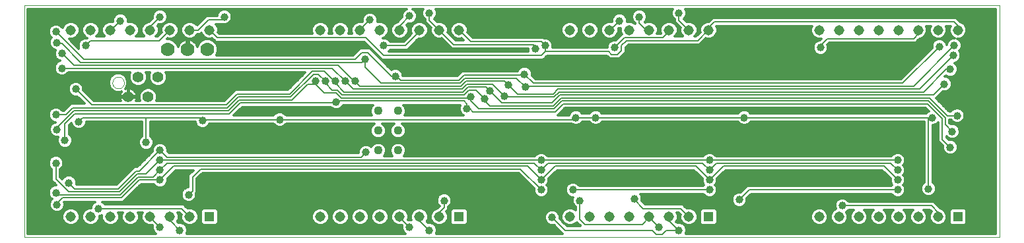
<source format=gbl>
G75*
G70*
%OFA0B0*%
%FSLAX24Y24*%
%IPPOS*%
%LPD*%
%AMOC8*
5,1,8,0,0,1.08239X$1,22.5*
%
%ADD10C,0.0000*%
%ADD11C,0.0436*%
%ADD12C,0.0554*%
%ADD13R,0.0515X0.0515*%
%ADD14C,0.0515*%
%ADD15C,0.0700*%
%ADD16C,0.0120*%
%ADD17C,0.0397*%
%ADD18C,0.0070*%
D10*
X000615Y001764D02*
X000615Y013492D01*
X049846Y013492D01*
X049846Y001764D01*
X000615Y001764D01*
X005060Y009585D02*
X005062Y009619D01*
X005068Y009653D01*
X005078Y009686D01*
X005091Y009717D01*
X005109Y009747D01*
X005129Y009775D01*
X005153Y009800D01*
X005179Y009822D01*
X005207Y009840D01*
X005238Y009856D01*
X005270Y009868D01*
X005304Y009876D01*
X005338Y009880D01*
X005372Y009880D01*
X005406Y009876D01*
X005440Y009868D01*
X005472Y009856D01*
X005502Y009840D01*
X005531Y009822D01*
X005557Y009800D01*
X005581Y009775D01*
X005601Y009747D01*
X005619Y009717D01*
X005632Y009686D01*
X005642Y009653D01*
X005648Y009619D01*
X005650Y009585D01*
X005648Y009551D01*
X005642Y009517D01*
X005632Y009484D01*
X005619Y009453D01*
X005601Y009423D01*
X005581Y009395D01*
X005557Y009370D01*
X005531Y009348D01*
X005503Y009330D01*
X005472Y009314D01*
X005440Y009302D01*
X005406Y009294D01*
X005372Y009290D01*
X005338Y009290D01*
X005304Y009294D01*
X005270Y009302D01*
X005238Y009314D01*
X005207Y009330D01*
X005179Y009348D01*
X005153Y009370D01*
X005129Y009395D01*
X005109Y009423D01*
X005091Y009453D01*
X005078Y009484D01*
X005068Y009517D01*
X005062Y009551D01*
X005060Y009585D01*
D11*
X018485Y008154D03*
X019485Y008154D03*
X019485Y007154D03*
X018485Y007154D03*
X018485Y006154D03*
X019485Y006154D03*
D12*
X007365Y009864D03*
X006365Y009864D03*
X006865Y008864D03*
X005865Y008864D03*
D13*
X009967Y002799D03*
X022565Y002799D03*
X035164Y002799D03*
X047762Y002799D03*
D14*
X046762Y002799D03*
X045762Y002799D03*
X044762Y002799D03*
X043762Y002799D03*
X042762Y002799D03*
X041762Y002799D03*
X040762Y002799D03*
X034164Y002799D03*
X033164Y002799D03*
X032164Y002799D03*
X031164Y002799D03*
X030164Y002799D03*
X029164Y002799D03*
X028164Y002799D03*
X021565Y002799D03*
X020565Y002799D03*
X019565Y002799D03*
X018565Y002799D03*
X017565Y002799D03*
X016565Y002799D03*
X015565Y002799D03*
X008967Y002799D03*
X007967Y002799D03*
X006967Y002799D03*
X005967Y002799D03*
X004967Y002799D03*
X003967Y002799D03*
X002967Y002799D03*
X002967Y012247D03*
X003967Y012247D03*
X004967Y012247D03*
X005967Y012247D03*
X006967Y012247D03*
X007967Y012247D03*
X008967Y012247D03*
X009967Y012247D03*
X015565Y012247D03*
X016565Y012247D03*
X017565Y012247D03*
X018565Y012247D03*
X019565Y012247D03*
X020565Y012247D03*
X021565Y012247D03*
X022565Y012247D03*
X028164Y012247D03*
X029164Y012247D03*
X030164Y012247D03*
X031164Y012247D03*
X032164Y012247D03*
X033164Y012247D03*
X034164Y012247D03*
X035164Y012247D03*
X040762Y012247D03*
X041762Y012247D03*
X042762Y012247D03*
X043762Y012247D03*
X044762Y012247D03*
X045762Y012247D03*
X046762Y012247D03*
X047762Y012247D03*
D15*
X009865Y011264D03*
X008865Y011264D03*
X007865Y011264D03*
D16*
X008377Y011412D02*
X008314Y011564D01*
X008165Y011713D01*
X007970Y011794D01*
X007817Y011794D01*
X007847Y011824D01*
X007880Y011810D01*
X008054Y011810D01*
X008215Y011877D01*
X008338Y012000D01*
X008404Y012160D01*
X008404Y012334D01*
X008338Y012495D01*
X008215Y012618D01*
X008054Y012685D01*
X007880Y012685D01*
X007719Y012618D01*
X007596Y012495D01*
X007529Y012334D01*
X007529Y012160D01*
X007543Y012128D01*
X007344Y011929D01*
X007267Y011929D01*
X007338Y012000D01*
X007404Y012160D01*
X007404Y012334D01*
X007341Y012486D01*
X007390Y012535D01*
X007540Y012535D01*
X007679Y012593D01*
X007786Y012699D01*
X007843Y012838D01*
X007843Y012989D01*
X007786Y013128D01*
X007679Y013235D01*
X007540Y013292D01*
X007389Y013292D01*
X007250Y013235D01*
X007144Y013128D01*
X007086Y012989D01*
X007086Y012839D01*
X006932Y012685D01*
X006880Y012685D01*
X006719Y012618D01*
X006596Y012495D01*
X006529Y012334D01*
X006529Y012160D01*
X006596Y012000D01*
X006667Y011929D01*
X006267Y011929D01*
X006338Y012000D01*
X006404Y012160D01*
X006404Y012334D01*
X006338Y012495D01*
X006215Y012618D01*
X006054Y012685D01*
X005880Y012685D01*
X005843Y012670D01*
X005843Y012670D01*
X005843Y012789D01*
X005786Y012928D01*
X005679Y013035D01*
X005540Y013092D01*
X005389Y013092D01*
X005250Y013035D01*
X005144Y012928D01*
X005086Y012789D01*
X005086Y012671D01*
X005054Y012685D01*
X004880Y012685D01*
X004719Y012618D01*
X004596Y012495D01*
X004529Y012334D01*
X004529Y012160D01*
X004596Y012000D01*
X004667Y011929D01*
X004267Y011929D01*
X004338Y012000D01*
X004404Y012160D01*
X004404Y012334D01*
X004338Y012495D01*
X004215Y012618D01*
X004054Y012685D01*
X003880Y012685D01*
X003719Y012618D01*
X003596Y012495D01*
X003529Y012334D01*
X003529Y012160D01*
X003596Y012000D01*
X003719Y011877D01*
X003793Y011846D01*
X003789Y011842D01*
X003639Y011842D01*
X003500Y011785D01*
X003394Y011678D01*
X003336Y011539D01*
X003336Y011388D01*
X003366Y011316D01*
X002868Y011815D01*
X002880Y011810D01*
X003054Y011810D01*
X003215Y011877D01*
X003338Y012000D01*
X003404Y012160D01*
X003404Y012334D01*
X003338Y012495D01*
X003215Y012618D01*
X003054Y012685D01*
X002880Y012685D01*
X002719Y012618D01*
X002596Y012495D01*
X002541Y012364D01*
X002536Y012378D01*
X002429Y012485D01*
X002290Y012542D01*
X002139Y012542D01*
X002000Y012485D01*
X001894Y012378D01*
X001836Y012239D01*
X001836Y012088D01*
X001894Y011949D01*
X001980Y011864D01*
X001944Y011828D01*
X001886Y011689D01*
X001886Y011538D01*
X001944Y011399D01*
X002050Y011293D01*
X002178Y011240D01*
X002136Y011139D01*
X002136Y010988D01*
X002194Y010849D01*
X002300Y010743D01*
X002431Y010689D01*
X002300Y010635D01*
X002194Y010528D01*
X002136Y010389D01*
X002136Y010238D01*
X002194Y010099D01*
X002300Y009993D01*
X002439Y009935D01*
X002590Y009935D01*
X002729Y009993D01*
X002835Y010099D01*
X005967Y010099D01*
X005908Y009955D01*
X005908Y009773D01*
X005977Y009605D01*
X006106Y009476D01*
X006274Y009407D01*
X006456Y009407D01*
X006624Y009476D01*
X006752Y009605D01*
X006822Y009773D01*
X006822Y009955D01*
X006762Y010099D01*
X006967Y010099D01*
X006908Y009955D01*
X006908Y009773D01*
X006977Y009605D01*
X007106Y009476D01*
X007274Y009407D01*
X007456Y009407D01*
X007624Y009476D01*
X007752Y009605D01*
X007822Y009773D01*
X007822Y009955D01*
X007762Y010099D01*
X014796Y010099D01*
X013926Y009229D01*
X011454Y009229D01*
X011276Y009229D01*
X010726Y008679D01*
X007283Y008679D01*
X007322Y008773D01*
X007322Y008955D01*
X007252Y009123D01*
X007124Y009251D01*
X006956Y009321D01*
X006774Y009321D01*
X006606Y009251D01*
X006477Y009123D01*
X006408Y008955D01*
X006408Y008773D01*
X006447Y008679D01*
X006261Y008679D01*
X006270Y008696D01*
X006291Y008761D01*
X006302Y008829D01*
X006302Y008835D01*
X005894Y008835D01*
X005894Y008892D01*
X006302Y008892D01*
X006302Y008898D01*
X006291Y008966D01*
X006270Y009032D01*
X006239Y009093D01*
X006198Y009149D01*
X006150Y009197D01*
X006094Y009238D01*
X006033Y009269D01*
X005967Y009290D01*
X005899Y009301D01*
X005893Y009301D01*
X005893Y008893D01*
X005836Y008893D01*
X005836Y009301D01*
X005830Y009301D01*
X005762Y009290D01*
X005718Y009276D01*
X005758Y009316D01*
X005831Y009490D01*
X005831Y009680D01*
X005758Y009854D01*
X005625Y009988D01*
X005450Y010060D01*
X005261Y010060D01*
X005086Y009988D01*
X004953Y009854D01*
X004880Y009680D01*
X004880Y009490D01*
X004953Y009316D01*
X005086Y009182D01*
X005261Y009110D01*
X005450Y009110D01*
X005526Y009141D01*
X005491Y009093D01*
X005460Y009032D01*
X005438Y008966D01*
X005428Y008898D01*
X005428Y008892D01*
X005836Y008892D01*
X005836Y008835D01*
X005428Y008835D01*
X005428Y008829D01*
X005438Y008761D01*
X005460Y008696D01*
X005468Y008679D01*
X004104Y008679D01*
X003593Y009189D01*
X003593Y009339D01*
X003536Y009478D01*
X003429Y009585D01*
X003290Y009642D01*
X003139Y009642D01*
X003000Y009585D01*
X002894Y009478D01*
X002836Y009339D01*
X002836Y009188D01*
X002894Y009049D01*
X003000Y008943D01*
X003139Y008885D01*
X003289Y008885D01*
X003646Y008529D01*
X003154Y008529D01*
X002976Y008529D01*
X002626Y008179D01*
X002535Y008179D01*
X002429Y008285D01*
X002290Y008342D01*
X002139Y008342D01*
X002000Y008285D01*
X001894Y008178D01*
X001836Y008039D01*
X001836Y007888D01*
X001894Y007749D01*
X002000Y007643D01*
X002139Y007585D01*
X002173Y007585D01*
X002050Y007535D01*
X001944Y007428D01*
X001886Y007289D01*
X001886Y007138D01*
X001944Y006999D01*
X002050Y006893D01*
X002189Y006835D01*
X002326Y006835D01*
X002286Y006739D01*
X002286Y006588D01*
X002344Y006449D01*
X002450Y006343D01*
X002589Y006285D01*
X002740Y006285D01*
X002879Y006343D01*
X002986Y006449D01*
X003043Y006588D01*
X003043Y006739D01*
X002986Y006878D01*
X002880Y006984D01*
X002880Y007425D01*
X002989Y007533D01*
X003044Y007399D01*
X003150Y007293D01*
X003289Y007235D01*
X003440Y007235D01*
X003579Y007293D01*
X003686Y007399D01*
X003743Y007538D01*
X003743Y007599D01*
X006550Y007599D01*
X006550Y006884D01*
X006444Y006778D01*
X006386Y006639D01*
X006386Y006488D01*
X006444Y006349D01*
X006550Y006243D01*
X006689Y006185D01*
X006840Y006185D01*
X006979Y006243D01*
X007086Y006349D01*
X007143Y006488D01*
X007143Y006639D01*
X007086Y006778D01*
X006980Y006884D01*
X006980Y007599D01*
X009236Y007599D01*
X009236Y007588D01*
X009294Y007449D01*
X009400Y007343D01*
X009539Y007285D01*
X009690Y007285D01*
X009829Y007343D01*
X009936Y007449D01*
X009956Y007499D01*
X013195Y007499D01*
X013300Y007393D01*
X013439Y007335D01*
X013590Y007335D01*
X013729Y007393D01*
X013835Y007499D01*
X018278Y007499D01*
X018259Y007491D01*
X018147Y007379D01*
X018087Y007233D01*
X018087Y007075D01*
X018147Y006928D01*
X018259Y006816D01*
X018406Y006756D01*
X018564Y006756D01*
X018710Y006816D01*
X018822Y006928D01*
X018883Y007075D01*
X018883Y007233D01*
X018822Y007379D01*
X018710Y007491D01*
X018692Y007499D01*
X019278Y007499D01*
X019259Y007491D01*
X019147Y007379D01*
X019087Y007233D01*
X019087Y007075D01*
X019147Y006928D01*
X019259Y006816D01*
X019406Y006756D01*
X019564Y006756D01*
X019710Y006816D01*
X019822Y006928D01*
X019883Y007075D01*
X019883Y007233D01*
X019822Y007379D01*
X019710Y007491D01*
X019692Y007499D01*
X028245Y007499D01*
X028250Y007493D01*
X028389Y007435D01*
X028540Y007435D01*
X028679Y007493D01*
X028785Y007599D01*
X029145Y007599D01*
X029250Y007493D01*
X029389Y007435D01*
X029540Y007435D01*
X029679Y007493D01*
X029785Y007599D01*
X036645Y007599D01*
X036750Y007493D01*
X036889Y007435D01*
X037040Y007435D01*
X037179Y007493D01*
X037285Y007599D01*
X046050Y007599D01*
X046050Y004534D01*
X045944Y004428D01*
X045886Y004289D01*
X045886Y004138D01*
X045944Y003999D01*
X046050Y003893D01*
X046189Y003835D01*
X046340Y003835D01*
X046479Y003893D01*
X046586Y003999D01*
X046643Y004138D01*
X046643Y004289D01*
X046586Y004428D01*
X046480Y004534D01*
X046480Y007435D01*
X046540Y007435D01*
X046679Y007493D01*
X046750Y007564D01*
X046750Y006803D01*
X046750Y006625D01*
X046986Y006388D01*
X046986Y006238D01*
X047044Y006099D01*
X047150Y005993D01*
X047289Y005935D01*
X047440Y005935D01*
X047579Y005993D01*
X047686Y006099D01*
X047743Y006238D01*
X047743Y006389D01*
X047686Y006528D01*
X047579Y006635D01*
X047440Y006692D01*
X047290Y006692D01*
X047180Y006803D01*
X047180Y006864D01*
X047250Y006793D01*
X047389Y006735D01*
X047540Y006735D01*
X047679Y006793D01*
X047786Y006899D01*
X047843Y007038D01*
X047843Y007189D01*
X047786Y007328D01*
X047679Y007435D01*
X047540Y007492D01*
X047390Y007492D01*
X047330Y007553D01*
X047330Y007699D01*
X047395Y007699D01*
X047500Y007593D01*
X047639Y007535D01*
X047790Y007535D01*
X047929Y007593D01*
X048036Y007699D01*
X048093Y007838D01*
X048093Y007989D01*
X048036Y008128D01*
X047929Y008235D01*
X047790Y008292D01*
X047639Y008292D01*
X047500Y008235D01*
X047395Y008129D01*
X047304Y008129D01*
X046644Y008789D01*
X046990Y009135D01*
X047140Y009135D01*
X047279Y009193D01*
X047386Y009299D01*
X047443Y009438D01*
X047443Y009589D01*
X047386Y009728D01*
X047279Y009835D01*
X047140Y009892D01*
X047097Y009892D01*
X047149Y009944D01*
X047150Y009943D01*
X047148Y009943D01*
X047150Y009943D02*
X047289Y009885D01*
X047440Y009885D01*
X047579Y009943D01*
X047686Y010049D01*
X047743Y010188D01*
X047743Y010339D01*
X047686Y010478D01*
X047579Y010585D01*
X047577Y010585D01*
X047590Y010585D01*
X047729Y010643D01*
X047836Y010749D01*
X047893Y010888D01*
X047893Y011039D01*
X047836Y011178D01*
X047825Y011189D01*
X047886Y011249D01*
X047943Y011388D01*
X047943Y011539D01*
X047886Y011678D01*
X047779Y011785D01*
X047718Y011810D01*
X047849Y011810D01*
X048010Y011877D01*
X048133Y012000D01*
X048199Y012160D01*
X048199Y012334D01*
X048133Y012495D01*
X048010Y012618D01*
X047849Y012685D01*
X047848Y012685D01*
X047780Y012753D01*
X047654Y012879D01*
X035554Y012879D01*
X035376Y012879D01*
X035182Y012685D01*
X035077Y012685D01*
X034916Y012618D01*
X034793Y012495D01*
X034726Y012334D01*
X034726Y012160D01*
X034735Y012138D01*
X034526Y011929D01*
X034464Y011929D01*
X034534Y012000D01*
X034601Y012160D01*
X034601Y012334D01*
X034534Y012495D01*
X034411Y012618D01*
X034251Y012685D01*
X034077Y012685D01*
X034044Y012671D01*
X033901Y012814D01*
X033986Y012899D01*
X034043Y013038D01*
X034043Y013189D01*
X033992Y013312D01*
X049666Y013312D01*
X049666Y001944D01*
X034004Y001944D01*
X034043Y002038D01*
X034043Y002189D01*
X033986Y002328D01*
X033879Y002435D01*
X033740Y002492D01*
X033590Y002492D01*
X033533Y002549D01*
X033534Y002551D01*
X033601Y002712D01*
X033726Y002712D01*
X033793Y002551D01*
X033916Y002428D01*
X034077Y002361D01*
X034251Y002361D01*
X034411Y002428D01*
X034534Y002551D01*
X034601Y002712D01*
X034726Y002712D01*
X034726Y002594D02*
X034552Y002594D01*
X034601Y002712D02*
X034601Y002886D01*
X034534Y003046D01*
X034411Y003169D01*
X034251Y003236D01*
X034077Y003236D01*
X034044Y003222D01*
X033837Y003429D01*
X033659Y003429D01*
X031954Y003429D01*
X031779Y003604D01*
X031793Y003638D01*
X031793Y003789D01*
X031736Y003928D01*
X031715Y003949D01*
X034895Y003949D01*
X035000Y003843D01*
X035139Y003785D01*
X035290Y003785D01*
X035429Y003843D01*
X035536Y003949D01*
X035593Y004088D01*
X035593Y004239D01*
X035536Y004378D01*
X035500Y004414D01*
X035536Y004449D01*
X035593Y004588D01*
X035593Y004738D01*
X036004Y005149D01*
X043926Y005149D01*
X044336Y004738D01*
X044336Y004588D01*
X044394Y004449D01*
X044430Y004414D01*
X044395Y004379D01*
X037304Y004379D01*
X037126Y004379D01*
X036789Y004042D01*
X036639Y004042D01*
X036500Y003985D01*
X036394Y003878D01*
X036336Y003739D01*
X036336Y003588D01*
X036394Y003449D01*
X036500Y003343D01*
X036639Y003285D01*
X036790Y003285D01*
X036929Y003343D01*
X037036Y003449D01*
X037093Y003588D01*
X037093Y003738D01*
X037304Y003949D01*
X044395Y003949D01*
X044500Y003843D01*
X044639Y003785D01*
X044790Y003785D01*
X044929Y003843D01*
X045036Y003949D01*
X045093Y004088D01*
X045093Y004239D01*
X045036Y004378D01*
X045000Y004414D01*
X045036Y004449D01*
X045093Y004588D01*
X045093Y004739D01*
X045036Y004878D01*
X045000Y004914D01*
X045036Y004949D01*
X045093Y005088D01*
X045093Y005239D01*
X045036Y005378D01*
X045000Y005414D01*
X045036Y005449D01*
X045093Y005588D01*
X045093Y005739D01*
X045036Y005878D01*
X044929Y005985D01*
X044790Y006042D01*
X044639Y006042D01*
X044500Y005985D01*
X044395Y005879D01*
X035535Y005879D01*
X035429Y005985D01*
X035290Y006042D01*
X035139Y006042D01*
X035000Y005985D01*
X034895Y005879D01*
X027035Y005879D01*
X026929Y005985D01*
X026790Y006042D01*
X026639Y006042D01*
X026500Y005985D01*
X026395Y005879D01*
X019773Y005879D01*
X019822Y005928D01*
X019883Y006075D01*
X019883Y006233D01*
X019822Y006379D01*
X019710Y006491D01*
X019564Y006552D01*
X019406Y006552D01*
X019259Y006491D01*
X019147Y006379D01*
X019087Y006233D01*
X019087Y006075D01*
X019147Y005928D01*
X019197Y005879D01*
X018773Y005879D01*
X018822Y005928D01*
X018883Y006075D01*
X018883Y006233D01*
X018822Y006379D01*
X018710Y006491D01*
X018564Y006552D01*
X018406Y006552D01*
X018259Y006491D01*
X018147Y006379D01*
X018129Y006335D01*
X018079Y006385D01*
X017940Y006442D01*
X017789Y006442D01*
X017650Y006385D01*
X017544Y006278D01*
X017486Y006139D01*
X017486Y006029D01*
X007904Y006029D01*
X007843Y006089D01*
X007843Y006239D01*
X007786Y006378D01*
X007679Y006485D01*
X007540Y006542D01*
X007389Y006542D01*
X007250Y006485D01*
X007144Y006378D01*
X007086Y006239D01*
X007086Y006089D01*
X006326Y005329D01*
X006176Y005329D01*
X005276Y004429D01*
X003254Y004429D01*
X003243Y004439D01*
X003243Y004589D01*
X003186Y004728D01*
X003079Y004835D01*
X002940Y004892D01*
X002789Y004892D01*
X002650Y004835D01*
X002544Y004728D01*
X002532Y004700D01*
X002430Y004803D01*
X002430Y005194D01*
X002536Y005299D01*
X002593Y005438D01*
X002593Y005589D01*
X002536Y005728D01*
X002429Y005835D01*
X002290Y005892D01*
X002139Y005892D01*
X002000Y005835D01*
X001894Y005728D01*
X001836Y005589D01*
X001836Y005438D01*
X001894Y005299D01*
X002000Y005194D01*
X002000Y004625D01*
X002126Y004499D01*
X002232Y004392D01*
X002139Y004392D01*
X002000Y004335D01*
X001894Y004228D01*
X001836Y004089D01*
X001836Y003938D01*
X001894Y003799D01*
X002000Y003693D01*
X002006Y003691D01*
X001944Y003628D01*
X001886Y003489D01*
X001886Y003338D01*
X001944Y003199D01*
X002050Y003093D01*
X002189Y003035D01*
X002340Y003035D01*
X002479Y003093D01*
X002586Y003199D01*
X002643Y003338D01*
X002643Y003489D01*
X002629Y003524D01*
X002654Y003549D01*
X004185Y003549D01*
X004150Y003535D01*
X004044Y003428D01*
X003986Y003289D01*
X003986Y003236D01*
X003880Y003236D01*
X003719Y003169D01*
X003596Y003046D01*
X003529Y002886D01*
X003529Y002712D01*
X003404Y002712D01*
X003338Y002551D01*
X003215Y002428D01*
X003054Y002361D01*
X002880Y002361D01*
X002719Y002428D01*
X002596Y002551D01*
X002529Y002712D01*
X000795Y002712D01*
X000795Y002594D02*
X002578Y002594D01*
X002529Y002712D02*
X002529Y002886D01*
X002596Y003046D01*
X002719Y003169D01*
X002880Y003236D01*
X003054Y003236D01*
X003215Y003169D01*
X003338Y003046D01*
X003404Y002886D01*
X003404Y002712D01*
X003404Y002831D02*
X003529Y002831D01*
X003529Y002712D02*
X003596Y002551D01*
X003719Y002428D01*
X003880Y002361D01*
X004054Y002361D01*
X004215Y002428D01*
X004338Y002551D01*
X004404Y002712D01*
X004529Y002712D01*
X004596Y002551D01*
X004719Y002428D01*
X004880Y002361D01*
X005054Y002361D01*
X005215Y002428D01*
X005338Y002551D01*
X005404Y002712D01*
X005529Y002712D01*
X005596Y002551D01*
X005719Y002428D01*
X005880Y002361D01*
X006054Y002361D01*
X006215Y002428D01*
X006338Y002551D01*
X006404Y002712D01*
X006529Y002712D01*
X006596Y002551D01*
X006719Y002428D01*
X006880Y002361D01*
X007054Y002361D01*
X007061Y002364D01*
X007086Y002338D01*
X007086Y002188D01*
X007144Y002049D01*
X007250Y001944D01*
X000795Y001944D01*
X000795Y013312D01*
X019917Y013312D01*
X019850Y013285D01*
X019744Y013178D01*
X019686Y013039D01*
X019686Y012889D01*
X019526Y012729D01*
X019482Y012685D01*
X019478Y012685D01*
X019317Y012618D01*
X019194Y012495D01*
X019128Y012334D01*
X019128Y012160D01*
X019194Y012000D01*
X019317Y011877D01*
X019478Y011810D01*
X019652Y011810D01*
X019813Y011877D01*
X019936Y012000D01*
X020003Y012160D01*
X020003Y012334D01*
X019936Y012495D01*
X019918Y012513D01*
X019990Y012585D01*
X020140Y012585D01*
X020279Y012643D01*
X020386Y012749D01*
X020443Y012888D01*
X020443Y013039D01*
X020386Y013178D01*
X020279Y013285D01*
X020213Y013312D01*
X020737Y013312D01*
X020686Y013189D01*
X020686Y013038D01*
X020744Y012899D01*
X020850Y012794D01*
X020850Y012659D01*
X021141Y012367D01*
X021128Y012334D01*
X021128Y012160D01*
X021194Y012000D01*
X021317Y011877D01*
X021478Y011810D01*
X021652Y011810D01*
X021685Y011824D01*
X022210Y011299D01*
X022388Y011299D01*
X026036Y011299D01*
X026036Y011238D01*
X026061Y011179D01*
X019015Y011179D01*
X019085Y011249D01*
X019776Y011249D01*
X019954Y011249D01*
X020515Y011810D01*
X020652Y011810D01*
X020813Y011877D01*
X020936Y012000D01*
X021003Y012160D01*
X021003Y012334D01*
X020936Y012495D01*
X020813Y012618D01*
X020652Y012685D01*
X020478Y012685D01*
X020317Y012618D01*
X020194Y012495D01*
X020128Y012334D01*
X020128Y012160D01*
X020166Y012069D01*
X019776Y011679D01*
X019085Y011679D01*
X018979Y011785D01*
X018840Y011842D01*
X018730Y011842D01*
X018813Y011877D01*
X018936Y012000D01*
X019003Y012160D01*
X019003Y012334D01*
X018936Y012495D01*
X018813Y012618D01*
X018652Y012685D01*
X018478Y012685D01*
X018434Y012667D01*
X018443Y012688D01*
X018443Y012839D01*
X018386Y012978D01*
X018279Y013085D01*
X018140Y013142D01*
X017989Y013142D01*
X017850Y013085D01*
X017744Y012978D01*
X017686Y012839D01*
X017686Y012689D01*
X017673Y012676D01*
X017652Y012685D01*
X017478Y012685D01*
X017317Y012618D01*
X017194Y012495D01*
X017128Y012334D01*
X017128Y012160D01*
X017162Y012079D01*
X016969Y012079D01*
X017003Y012160D01*
X017003Y012334D01*
X016936Y012495D01*
X016813Y012618D01*
X016652Y012685D01*
X016478Y012685D01*
X016317Y012618D01*
X016194Y012495D01*
X016128Y012334D01*
X016128Y012160D01*
X016162Y012079D01*
X015969Y012079D01*
X016003Y012160D01*
X016003Y012334D01*
X015936Y012495D01*
X015813Y012618D01*
X015652Y012685D01*
X015478Y012685D01*
X015317Y012618D01*
X015194Y012495D01*
X015128Y012334D01*
X015128Y012160D01*
X015162Y012079D01*
X010454Y012079D01*
X010395Y012138D01*
X010404Y012160D01*
X010404Y012334D01*
X010338Y012495D01*
X010284Y012549D01*
X010476Y012549D01*
X010607Y012549D01*
X010639Y012535D01*
X010790Y012535D01*
X010929Y012593D01*
X011036Y012699D01*
X011093Y012838D01*
X011093Y012989D01*
X011036Y013128D01*
X010929Y013235D01*
X010790Y013292D01*
X010639Y013292D01*
X010500Y013235D01*
X010394Y013128D01*
X010336Y012989D01*
X010336Y012979D01*
X009826Y012979D01*
X009700Y012853D01*
X009339Y012492D01*
X009338Y012495D01*
X009215Y012618D01*
X009054Y012685D01*
X008880Y012685D01*
X008719Y012618D01*
X008596Y012495D01*
X008529Y012334D01*
X008529Y012160D01*
X008596Y012000D01*
X008719Y011877D01*
X008880Y011810D01*
X009054Y011810D01*
X009215Y011877D01*
X009338Y012000D01*
X009351Y012032D01*
X009487Y012032D01*
X009555Y012099D01*
X009596Y012000D01*
X009719Y011877D01*
X009880Y011810D01*
X010054Y011810D01*
X010097Y011828D01*
X010150Y011775D01*
X010276Y011649D01*
X017776Y011649D01*
X018550Y010875D01*
X018676Y010749D01*
X026626Y010749D01*
X026804Y010749D01*
X027004Y010949D01*
X030026Y010949D01*
X030176Y010799D01*
X030354Y010799D01*
X030654Y010799D01*
X030780Y010925D01*
X030980Y011125D01*
X030980Y011303D01*
X030980Y011375D01*
X031104Y011499D01*
X034704Y011499D01*
X034830Y011625D01*
X035033Y011828D01*
X035077Y011810D01*
X035251Y011810D01*
X035411Y011877D01*
X035534Y012000D01*
X035601Y012160D01*
X035601Y012334D01*
X035554Y012449D01*
X040372Y012449D01*
X040325Y012334D01*
X040325Y012160D01*
X040391Y012000D01*
X040514Y011877D01*
X040675Y011810D01*
X040849Y011810D01*
X040863Y011816D01*
X040789Y011742D01*
X040739Y011742D01*
X040600Y011685D01*
X040494Y011578D01*
X040436Y011439D01*
X040436Y011288D01*
X040494Y011149D01*
X040600Y011043D01*
X040739Y010985D01*
X040890Y010985D01*
X041029Y011043D01*
X041136Y011149D01*
X041193Y011288D01*
X041193Y011439D01*
X041164Y011509D01*
X041254Y011599D01*
X045426Y011599D01*
X045604Y011599D01*
X045815Y011810D01*
X045849Y011810D01*
X046010Y011877D01*
X046133Y012000D01*
X046199Y012160D01*
X046199Y012334D01*
X046152Y012449D01*
X046372Y012449D01*
X046325Y012334D01*
X046325Y012160D01*
X046391Y012000D01*
X046514Y011877D01*
X046675Y011810D01*
X046849Y011810D01*
X047010Y011877D01*
X047133Y012000D01*
X047199Y012160D01*
X047199Y012334D01*
X047152Y012449D01*
X047372Y012449D01*
X047325Y012334D01*
X047325Y012160D01*
X047391Y012000D01*
X047514Y011877D01*
X047597Y011842D01*
X047489Y011842D01*
X047350Y011785D01*
X047244Y011678D01*
X047186Y011539D01*
X047186Y011505D01*
X047136Y011628D01*
X047029Y011735D01*
X046890Y011792D01*
X046739Y011792D01*
X046600Y011735D01*
X046494Y011628D01*
X046436Y011489D01*
X046436Y011339D01*
X044876Y009779D01*
X026404Y009779D01*
X026243Y009939D01*
X026243Y010089D01*
X026186Y010228D01*
X026079Y010335D01*
X025940Y010392D01*
X025789Y010392D01*
X025650Y010335D01*
X025544Y010228D01*
X025524Y010179D01*
X022904Y010179D01*
X022726Y010179D01*
X022476Y009929D01*
X019731Y009929D01*
X019731Y009989D01*
X019673Y010128D01*
X019567Y010235D01*
X019428Y010292D01*
X019277Y010292D01*
X019145Y010238D01*
X018180Y011203D01*
X018054Y011329D01*
X017754Y011329D01*
X017576Y011329D01*
X017226Y010979D01*
X010320Y010979D01*
X010395Y011158D01*
X010395Y011369D01*
X010314Y011564D01*
X010165Y011713D01*
X009970Y011794D01*
X009759Y011794D01*
X009565Y011713D01*
X009415Y011564D01*
X009353Y011412D01*
X009337Y011460D01*
X009301Y011531D01*
X009254Y011596D01*
X009197Y011653D01*
X009132Y011700D01*
X009061Y011736D01*
X008984Y011761D01*
X008905Y011774D01*
X008903Y011774D01*
X008903Y011302D01*
X008826Y011302D01*
X008826Y011774D01*
X008825Y011774D01*
X008745Y011761D01*
X008669Y011736D01*
X008597Y011700D01*
X008533Y011653D01*
X008476Y011596D01*
X008429Y011531D01*
X008392Y011460D01*
X008377Y011412D01*
X008405Y011484D02*
X008347Y011484D01*
X008275Y011603D02*
X008483Y011603D01*
X008640Y011721D02*
X008145Y011721D01*
X008126Y011840D02*
X008807Y011840D01*
X008826Y011721D02*
X008903Y011721D01*
X008903Y011603D02*
X008826Y011603D01*
X008826Y011484D02*
X008903Y011484D01*
X008903Y011366D02*
X008826Y011366D01*
X009325Y011484D02*
X009383Y011484D01*
X009454Y011603D02*
X009247Y011603D01*
X009090Y011721D02*
X009585Y011721D01*
X009637Y011959D02*
X009297Y011959D01*
X009126Y011840D02*
X009807Y011840D01*
X010145Y011721D02*
X010203Y011721D01*
X010275Y011603D02*
X017822Y011603D01*
X017940Y011484D02*
X010347Y011484D01*
X010395Y011366D02*
X018059Y011366D01*
X018135Y011247D02*
X018177Y011247D01*
X018254Y011129D02*
X018296Y011129D01*
X018372Y011010D02*
X018414Y011010D01*
X018491Y010892D02*
X018533Y010892D01*
X018610Y010773D02*
X018651Y010773D01*
X018728Y010655D02*
X045752Y010655D01*
X045870Y010773D02*
X026828Y010773D01*
X026947Y010892D02*
X030083Y010892D01*
X030747Y010892D02*
X045989Y010892D01*
X046107Y011010D02*
X040950Y011010D01*
X041115Y011129D02*
X046226Y011129D01*
X046344Y011247D02*
X041176Y011247D01*
X041193Y011366D02*
X046436Y011366D01*
X046436Y011484D02*
X041174Y011484D01*
X040689Y011721D02*
X034926Y011721D01*
X034808Y011603D02*
X040519Y011603D01*
X040455Y011484D02*
X031089Y011484D01*
X030980Y011366D02*
X040436Y011366D01*
X040453Y011247D02*
X030980Y011247D01*
X030980Y011129D02*
X040515Y011129D01*
X040680Y011010D02*
X030865Y011010D01*
X030036Y011379D02*
X027289Y011379D01*
X027293Y011388D01*
X027293Y011539D01*
X027236Y011678D01*
X027129Y011785D01*
X026990Y011842D01*
X026840Y011842D01*
X026804Y011879D01*
X026626Y011879D01*
X023254Y011879D01*
X022994Y012139D01*
X023003Y012160D01*
X023003Y012334D01*
X022936Y012495D01*
X022813Y012618D01*
X022652Y012685D01*
X022478Y012685D01*
X022317Y012618D01*
X022194Y012495D01*
X022128Y012334D01*
X022128Y012160D01*
X022194Y012000D01*
X022317Y011877D01*
X022478Y011810D01*
X022652Y011810D01*
X022696Y011828D01*
X022796Y011729D01*
X022388Y011729D01*
X021989Y012128D01*
X022003Y012160D01*
X022003Y012334D01*
X021936Y012495D01*
X021813Y012618D01*
X021652Y012685D01*
X021478Y012685D01*
X021445Y012671D01*
X021301Y012815D01*
X021386Y012899D01*
X021443Y013038D01*
X021443Y013189D01*
X021392Y013312D01*
X033337Y013312D01*
X033286Y013189D01*
X033286Y013038D01*
X033344Y012899D01*
X033450Y012794D01*
X033450Y012657D01*
X033740Y012367D01*
X033726Y012334D01*
X033726Y012160D01*
X033793Y012000D01*
X033864Y011929D01*
X033464Y011929D01*
X033534Y012000D01*
X033601Y012160D01*
X033601Y012334D01*
X033534Y012495D01*
X033411Y012618D01*
X033251Y012685D01*
X033077Y012685D01*
X032916Y012618D01*
X032793Y012495D01*
X032726Y012334D01*
X032726Y012160D01*
X032760Y012079D01*
X032567Y012079D01*
X032601Y012160D01*
X032601Y012334D01*
X032534Y012495D01*
X032411Y012618D01*
X032251Y012685D01*
X032077Y012685D01*
X031950Y012632D01*
X031934Y012648D01*
X031986Y012699D01*
X032043Y012838D01*
X032043Y012989D01*
X031986Y013128D01*
X031879Y013235D01*
X031740Y013292D01*
X031589Y013292D01*
X031450Y013235D01*
X031344Y013128D01*
X031286Y012989D01*
X031286Y012838D01*
X031344Y012699D01*
X031450Y012594D01*
X031450Y012580D01*
X031411Y012618D01*
X031251Y012685D01*
X031077Y012685D01*
X031043Y012671D01*
X031043Y012789D01*
X030986Y012928D01*
X030879Y013035D01*
X030740Y013092D01*
X030589Y013092D01*
X030450Y013035D01*
X030344Y012928D01*
X030286Y012789D01*
X030286Y012670D01*
X030251Y012685D01*
X030077Y012685D01*
X029916Y012618D01*
X029793Y012495D01*
X029726Y012334D01*
X029726Y012160D01*
X029793Y012000D01*
X029916Y011877D01*
X030077Y011810D01*
X030251Y011810D01*
X030411Y011877D01*
X030534Y012000D01*
X030601Y012160D01*
X030601Y012334D01*
X030601Y012335D01*
X030727Y012335D01*
X030726Y012334D01*
X030726Y012160D01*
X030779Y012032D01*
X030700Y011953D01*
X030489Y011742D01*
X030339Y011742D01*
X030200Y011685D01*
X030094Y011578D01*
X030036Y011439D01*
X030036Y011379D01*
X030055Y011484D02*
X027293Y011484D01*
X027267Y011603D02*
X030119Y011603D01*
X030289Y011721D02*
X027192Y011721D01*
X026995Y011840D02*
X028004Y011840D01*
X028077Y011810D02*
X028251Y011810D01*
X028411Y011877D01*
X028534Y012000D01*
X028601Y012160D01*
X028601Y012334D01*
X028534Y012495D01*
X028411Y012618D01*
X028251Y012685D01*
X028077Y012685D01*
X027916Y012618D01*
X027793Y012495D01*
X027726Y012334D01*
X027726Y012160D01*
X027793Y012000D01*
X027916Y011877D01*
X028077Y011810D01*
X028323Y011840D02*
X029004Y011840D01*
X029077Y011810D02*
X029251Y011810D01*
X029411Y011877D01*
X029534Y012000D01*
X029601Y012160D01*
X029601Y012334D01*
X029534Y012495D01*
X029411Y012618D01*
X029251Y012685D01*
X029077Y012685D01*
X028916Y012618D01*
X028793Y012495D01*
X028726Y012334D01*
X028726Y012160D01*
X028793Y012000D01*
X028916Y011877D01*
X029077Y011810D01*
X029323Y011840D02*
X030004Y011840D01*
X029834Y011959D02*
X029493Y011959D01*
X029567Y012077D02*
X029761Y012077D01*
X029726Y012196D02*
X029601Y012196D01*
X029601Y012314D02*
X029726Y012314D01*
X029767Y012433D02*
X029560Y012433D01*
X029478Y012551D02*
X029849Y012551D01*
X030040Y012670D02*
X029287Y012670D01*
X029040Y012670D02*
X028287Y012670D01*
X028478Y012551D02*
X028849Y012551D01*
X028767Y012433D02*
X028560Y012433D01*
X028601Y012314D02*
X028726Y012314D01*
X028726Y012196D02*
X028601Y012196D01*
X028567Y012077D02*
X028761Y012077D01*
X028834Y011959D02*
X028493Y011959D01*
X027834Y011959D02*
X023174Y011959D01*
X023056Y012077D02*
X027761Y012077D01*
X027726Y012196D02*
X023003Y012196D01*
X023003Y012314D02*
X027726Y012314D01*
X027767Y012433D02*
X022962Y012433D01*
X022880Y012551D02*
X027849Y012551D01*
X028040Y012670D02*
X022689Y012670D01*
X022442Y012670D02*
X021689Y012670D01*
X021880Y012551D02*
X022250Y012551D01*
X022168Y012433D02*
X021962Y012433D01*
X022003Y012314D02*
X022128Y012314D01*
X022128Y012196D02*
X022003Y012196D01*
X022040Y012077D02*
X022162Y012077D01*
X022158Y011959D02*
X022235Y011959D01*
X022277Y011840D02*
X022406Y011840D01*
X021906Y011603D02*
X020308Y011603D01*
X020426Y011721D02*
X021787Y011721D01*
X021406Y011840D02*
X020725Y011840D01*
X020895Y011959D02*
X021235Y011959D01*
X021162Y012077D02*
X020968Y012077D01*
X021003Y012196D02*
X021128Y012196D01*
X021128Y012314D02*
X021003Y012314D01*
X020962Y012433D02*
X021076Y012433D01*
X020957Y012551D02*
X020880Y012551D01*
X020850Y012670D02*
X020689Y012670D01*
X020850Y012788D02*
X020402Y012788D01*
X020442Y012670D02*
X020306Y012670D01*
X020250Y012551D02*
X019956Y012551D01*
X019962Y012433D02*
X020168Y012433D01*
X020128Y012314D02*
X020003Y012314D01*
X020003Y012196D02*
X020128Y012196D01*
X020162Y012077D02*
X019968Y012077D01*
X019895Y011959D02*
X020056Y011959D01*
X019937Y011840D02*
X019725Y011840D01*
X019818Y011721D02*
X019042Y011721D01*
X018845Y011840D02*
X019406Y011840D01*
X019235Y011959D02*
X018895Y011959D01*
X018968Y012077D02*
X019162Y012077D01*
X019128Y012196D02*
X019003Y012196D01*
X019003Y012314D02*
X019128Y012314D01*
X019168Y012433D02*
X018962Y012433D01*
X018880Y012551D02*
X019250Y012551D01*
X019442Y012670D02*
X018689Y012670D01*
X018442Y012670D02*
X018435Y012670D01*
X018443Y012788D02*
X019585Y012788D01*
X019686Y012907D02*
X018415Y012907D01*
X018338Y013025D02*
X019686Y013025D01*
X019730Y013144D02*
X011020Y013144D01*
X011078Y013025D02*
X017791Y013025D01*
X017714Y012907D02*
X011093Y012907D01*
X011072Y012788D02*
X017686Y012788D01*
X017442Y012670D02*
X016689Y012670D01*
X016880Y012551D02*
X017250Y012551D01*
X017168Y012433D02*
X016962Y012433D01*
X017003Y012314D02*
X017128Y012314D01*
X017128Y012196D02*
X017003Y012196D01*
X016250Y012551D02*
X015880Y012551D01*
X015962Y012433D02*
X016168Y012433D01*
X016128Y012314D02*
X016003Y012314D01*
X016003Y012196D02*
X016128Y012196D01*
X015250Y012551D02*
X010828Y012551D01*
X011006Y012670D02*
X015442Y012670D01*
X015689Y012670D02*
X016442Y012670D01*
X015168Y012433D02*
X010364Y012433D01*
X010404Y012314D02*
X015128Y012314D01*
X015128Y012196D02*
X010404Y012196D01*
X009564Y012077D02*
X009532Y012077D01*
X008637Y011959D02*
X008297Y011959D01*
X008370Y012077D02*
X008564Y012077D01*
X008529Y012196D02*
X008404Y012196D01*
X008404Y012314D02*
X008529Y012314D01*
X008570Y012433D02*
X008364Y012433D01*
X008282Y012551D02*
X008652Y012551D01*
X008843Y012670D02*
X008090Y012670D01*
X007843Y012670D02*
X007756Y012670D01*
X007822Y012788D02*
X009635Y012788D01*
X009517Y012670D02*
X009090Y012670D01*
X009282Y012551D02*
X009398Y012551D01*
X009754Y012907D02*
X007843Y012907D01*
X007828Y013025D02*
X010351Y013025D01*
X010410Y013144D02*
X007770Y013144D01*
X007612Y013262D02*
X010568Y013262D01*
X010862Y013262D02*
X019828Y013262D01*
X020301Y013262D02*
X020717Y013262D01*
X020686Y013144D02*
X020400Y013144D01*
X020443Y013025D02*
X020692Y013025D01*
X020741Y012907D02*
X020443Y012907D01*
X021328Y012788D02*
X030286Y012788D01*
X030335Y012907D02*
X021389Y012907D01*
X021438Y013025D02*
X030441Y013025D01*
X030888Y013025D02*
X031301Y013025D01*
X031286Y012907D02*
X030994Y012907D01*
X031043Y012788D02*
X031307Y012788D01*
X031287Y012670D02*
X031374Y012670D01*
X031956Y012670D02*
X032040Y012670D01*
X032022Y012788D02*
X033450Y012788D01*
X033450Y012670D02*
X033287Y012670D01*
X033478Y012551D02*
X033556Y012551D01*
X033560Y012433D02*
X033674Y012433D01*
X033726Y012314D02*
X033601Y012314D01*
X033601Y012196D02*
X033726Y012196D01*
X033761Y012077D02*
X033567Y012077D01*
X033493Y011959D02*
X033834Y011959D01*
X034493Y011959D02*
X034555Y011959D01*
X034567Y012077D02*
X034674Y012077D01*
X034726Y012196D02*
X034601Y012196D01*
X034601Y012314D02*
X034726Y012314D01*
X034767Y012433D02*
X034560Y012433D01*
X034478Y012551D02*
X034849Y012551D01*
X035040Y012670D02*
X034287Y012670D01*
X033927Y012788D02*
X035285Y012788D01*
X034038Y013025D02*
X049666Y013025D01*
X049666Y012907D02*
X033989Y012907D01*
X034043Y013144D02*
X049666Y013144D01*
X049666Y013262D02*
X034013Y013262D01*
X033317Y013262D02*
X031812Y013262D01*
X031970Y013144D02*
X033286Y013144D01*
X033292Y013025D02*
X032028Y013025D01*
X032043Y012907D02*
X033341Y012907D01*
X033040Y012670D02*
X032287Y012670D01*
X032478Y012551D02*
X032849Y012551D01*
X032767Y012433D02*
X032560Y012433D01*
X032601Y012314D02*
X032726Y012314D01*
X032726Y012196D02*
X032601Y012196D01*
X030761Y012077D02*
X030567Y012077D01*
X030601Y012196D02*
X030726Y012196D01*
X030726Y012314D02*
X030601Y012314D01*
X030706Y011959D02*
X030493Y011959D01*
X030587Y011840D02*
X030323Y011840D01*
X026036Y011247D02*
X019083Y011247D01*
X020071Y011366D02*
X022143Y011366D01*
X022024Y011484D02*
X020189Y011484D01*
X017494Y011247D02*
X010395Y011247D01*
X010382Y011129D02*
X017376Y011129D01*
X017257Y011010D02*
X010333Y011010D01*
X007374Y011959D02*
X007296Y011959D01*
X007370Y012077D02*
X007492Y012077D01*
X007529Y012196D02*
X007404Y012196D01*
X007404Y012314D02*
X007529Y012314D01*
X007570Y012433D02*
X007364Y012433D01*
X007578Y012551D02*
X007652Y012551D01*
X007035Y012788D02*
X005843Y012788D01*
X005794Y012907D02*
X007086Y012907D01*
X007101Y013025D02*
X005688Y013025D01*
X005241Y013025D02*
X000795Y013025D01*
X000795Y012907D02*
X005135Y012907D01*
X005086Y012788D02*
X000795Y012788D01*
X000795Y012670D02*
X002843Y012670D01*
X002652Y012551D02*
X000795Y012551D01*
X000795Y012433D02*
X001949Y012433D01*
X001867Y012314D02*
X000795Y012314D01*
X000795Y012196D02*
X001836Y012196D01*
X001841Y012077D02*
X000795Y012077D01*
X000795Y011959D02*
X001890Y011959D01*
X001956Y011840D02*
X000795Y011840D01*
X000795Y011721D02*
X001900Y011721D01*
X001886Y011603D02*
X000795Y011603D01*
X000795Y011484D02*
X001909Y011484D01*
X001978Y011366D02*
X000795Y011366D01*
X000795Y011247D02*
X002161Y011247D01*
X002136Y011129D02*
X000795Y011129D01*
X000795Y011010D02*
X002136Y011010D01*
X002176Y010892D02*
X000795Y010892D01*
X000795Y010773D02*
X002270Y010773D01*
X002349Y010655D02*
X000795Y010655D01*
X000795Y010536D02*
X002202Y010536D01*
X002148Y010417D02*
X000795Y010417D01*
X000795Y010299D02*
X002136Y010299D01*
X002160Y010180D02*
X000795Y010180D01*
X000795Y010062D02*
X002232Y010062D01*
X002420Y009943D02*
X000795Y009943D01*
X000795Y009825D02*
X004940Y009825D01*
X004891Y009706D02*
X000795Y009706D01*
X000795Y009588D02*
X003008Y009588D01*
X002890Y009469D02*
X000795Y009469D01*
X000795Y009351D02*
X002841Y009351D01*
X002836Y009232D02*
X000795Y009232D01*
X000795Y009113D02*
X002867Y009113D01*
X002948Y008995D02*
X000795Y008995D01*
X000795Y008876D02*
X003298Y008876D01*
X003417Y008758D02*
X000795Y008758D01*
X000795Y008639D02*
X003535Y008639D01*
X003906Y008876D02*
X005836Y008876D01*
X005894Y008876D02*
X006408Y008876D01*
X006414Y008758D02*
X006290Y008758D01*
X006282Y008995D02*
X006424Y008995D01*
X006473Y009113D02*
X006224Y009113D01*
X006102Y009232D02*
X006587Y009232D01*
X006607Y009469D02*
X007123Y009469D01*
X006994Y009588D02*
X006735Y009588D01*
X006794Y009706D02*
X006935Y009706D01*
X006908Y009825D02*
X006822Y009825D01*
X006822Y009943D02*
X006908Y009943D01*
X006952Y010062D02*
X006778Y010062D01*
X005952Y010062D02*
X002798Y010062D01*
X002609Y009943D02*
X005042Y009943D01*
X005669Y009943D02*
X005908Y009943D01*
X005908Y009825D02*
X005771Y009825D01*
X005820Y009706D02*
X005935Y009706D01*
X005994Y009588D02*
X005831Y009588D01*
X005822Y009469D02*
X006123Y009469D01*
X005893Y009232D02*
X005836Y009232D01*
X005836Y009113D02*
X005893Y009113D01*
X005893Y008995D02*
X005836Y008995D01*
X005506Y009113D02*
X005459Y009113D01*
X005448Y008995D02*
X003788Y008995D01*
X003669Y009113D02*
X005252Y009113D01*
X005036Y009232D02*
X003593Y009232D01*
X003588Y009351D02*
X004938Y009351D01*
X004889Y009469D02*
X003539Y009469D01*
X003422Y009588D02*
X004880Y009588D01*
X005773Y009351D02*
X014048Y009351D01*
X014166Y009469D02*
X007607Y009469D01*
X007735Y009588D02*
X014285Y009588D01*
X014403Y009706D02*
X007794Y009706D01*
X007822Y009825D02*
X014522Y009825D01*
X014640Y009943D02*
X007822Y009943D01*
X007778Y010062D02*
X014759Y010062D01*
X013929Y009232D02*
X007143Y009232D01*
X007256Y009113D02*
X011160Y009113D01*
X011042Y008995D02*
X007305Y008995D01*
X007322Y008876D02*
X010923Y008876D01*
X010805Y008758D02*
X007316Y008758D01*
X005440Y008758D02*
X004025Y008758D01*
X002968Y008521D02*
X000795Y008521D01*
X000795Y008402D02*
X002849Y008402D01*
X002731Y008284D02*
X002430Y008284D01*
X002000Y008284D02*
X000795Y008284D01*
X000795Y008165D02*
X001889Y008165D01*
X001840Y008047D02*
X000795Y008047D01*
X000795Y007928D02*
X001836Y007928D01*
X001869Y007809D02*
X000795Y007809D01*
X000795Y007691D02*
X001952Y007691D01*
X002142Y007572D02*
X000795Y007572D01*
X000795Y007454D02*
X001970Y007454D01*
X001906Y007335D02*
X000795Y007335D01*
X000795Y007217D02*
X001886Y007217D01*
X001903Y007098D02*
X000795Y007098D01*
X000795Y006980D02*
X001964Y006980D01*
X002127Y006861D02*
X000795Y006861D01*
X000795Y006743D02*
X002288Y006743D01*
X002286Y006624D02*
X000795Y006624D01*
X000795Y006506D02*
X002321Y006506D01*
X002406Y006387D02*
X000795Y006387D01*
X000795Y006268D02*
X006525Y006268D01*
X006428Y006387D02*
X002923Y006387D01*
X003009Y006506D02*
X006386Y006506D01*
X006386Y006624D02*
X003043Y006624D01*
X003042Y006743D02*
X006429Y006743D01*
X006527Y006861D02*
X002993Y006861D01*
X002884Y006980D02*
X006550Y006980D01*
X006550Y007098D02*
X002880Y007098D01*
X002880Y007217D02*
X006550Y007217D01*
X006550Y007335D02*
X003621Y007335D01*
X003708Y007454D02*
X006550Y007454D01*
X006550Y007572D02*
X003743Y007572D01*
X003108Y007335D02*
X002880Y007335D01*
X002909Y007454D02*
X003021Y007454D01*
X006980Y007454D02*
X009292Y007454D01*
X009243Y007572D02*
X006980Y007572D01*
X006980Y007335D02*
X009419Y007335D01*
X009811Y007335D02*
X018129Y007335D01*
X018087Y007217D02*
X006980Y007217D01*
X006980Y007098D02*
X018087Y007098D01*
X018126Y006980D02*
X006980Y006980D01*
X007003Y006861D02*
X018214Y006861D01*
X018755Y006861D02*
X019214Y006861D01*
X019126Y006980D02*
X018844Y006980D01*
X018883Y007098D02*
X019087Y007098D01*
X019087Y007217D02*
X018883Y007217D01*
X018841Y007335D02*
X019129Y007335D01*
X019222Y007454D02*
X018748Y007454D01*
X018222Y007454D02*
X013790Y007454D01*
X013240Y007454D02*
X009937Y007454D01*
X011184Y007929D02*
X011604Y008349D01*
X016095Y008349D01*
X016150Y008293D01*
X016289Y008235D01*
X016440Y008235D01*
X016579Y008293D01*
X016686Y008399D01*
X016706Y008449D01*
X018217Y008449D01*
X018147Y008379D01*
X018087Y008233D01*
X018087Y008075D01*
X018147Y007929D01*
X013835Y007929D01*
X013729Y008035D01*
X013590Y008092D01*
X013439Y008092D01*
X013300Y008035D01*
X013195Y007929D01*
X011184Y007929D01*
X011302Y008047D02*
X013329Y008047D01*
X013700Y008047D02*
X018098Y008047D01*
X018087Y008165D02*
X011420Y008165D01*
X011539Y008284D02*
X016173Y008284D01*
X016557Y008284D02*
X018108Y008284D01*
X018170Y008402D02*
X016687Y008402D01*
X019753Y008449D02*
X022632Y008449D01*
X022586Y008339D01*
X022586Y008188D01*
X022644Y008049D01*
X022750Y007943D01*
X022785Y007929D01*
X019822Y007929D01*
X019883Y008075D01*
X019883Y008233D01*
X019822Y008379D01*
X019753Y008449D01*
X019799Y008402D02*
X022613Y008402D01*
X022586Y008284D02*
X019862Y008284D01*
X019883Y008165D02*
X022596Y008165D01*
X022647Y008047D02*
X019871Y008047D01*
X019748Y007454D02*
X028345Y007454D01*
X028585Y007454D02*
X029345Y007454D01*
X029171Y007572D02*
X028759Y007572D01*
X028103Y007929D02*
X027534Y007929D01*
X027904Y008299D01*
X046126Y008299D01*
X046278Y008146D01*
X046250Y008135D01*
X046145Y008029D01*
X037285Y008029D01*
X037179Y008135D01*
X037040Y008192D01*
X036889Y008192D01*
X036750Y008135D01*
X036645Y008029D01*
X029785Y008029D01*
X029679Y008135D01*
X029540Y008192D01*
X029389Y008192D01*
X029250Y008135D01*
X029145Y008029D01*
X028785Y008029D01*
X028679Y008135D01*
X028540Y008192D01*
X028389Y008192D01*
X028250Y008135D01*
X028144Y008028D01*
X028103Y007929D01*
X028162Y008047D02*
X027652Y008047D01*
X027770Y008165D02*
X028324Y008165D01*
X028605Y008165D02*
X029324Y008165D01*
X029162Y008047D02*
X028767Y008047D01*
X029605Y008165D02*
X036824Y008165D01*
X036662Y008047D02*
X029767Y008047D01*
X029759Y007572D02*
X036671Y007572D01*
X036845Y007454D02*
X029585Y007454D01*
X027889Y008284D02*
X046141Y008284D01*
X046259Y008165D02*
X037105Y008165D01*
X037267Y008047D02*
X046162Y008047D01*
X047030Y008402D02*
X049666Y008402D01*
X049666Y008284D02*
X047811Y008284D01*
X047619Y008284D02*
X047149Y008284D01*
X047267Y008165D02*
X047431Y008165D01*
X047999Y008165D02*
X049666Y008165D01*
X049666Y008047D02*
X048069Y008047D01*
X048093Y007928D02*
X049666Y007928D01*
X049666Y007809D02*
X048081Y007809D01*
X048027Y007691D02*
X049666Y007691D01*
X049666Y007572D02*
X047879Y007572D01*
X047633Y007454D02*
X049666Y007454D01*
X049666Y007335D02*
X047778Y007335D01*
X047832Y007217D02*
X049666Y007217D01*
X049666Y007098D02*
X047843Y007098D01*
X047819Y006980D02*
X049666Y006980D01*
X049666Y006861D02*
X047747Y006861D01*
X047558Y006743D02*
X049666Y006743D01*
X049666Y006624D02*
X047590Y006624D01*
X047695Y006506D02*
X049666Y006506D01*
X049666Y006387D02*
X047743Y006387D01*
X047743Y006268D02*
X049666Y006268D01*
X049666Y006150D02*
X047706Y006150D01*
X047618Y006031D02*
X049666Y006031D01*
X049666Y005913D02*
X046480Y005913D01*
X046480Y006031D02*
X047112Y006031D01*
X047023Y006150D02*
X046480Y006150D01*
X046480Y006268D02*
X046986Y006268D01*
X046986Y006387D02*
X046480Y006387D01*
X046480Y006506D02*
X046869Y006506D01*
X046750Y006624D02*
X046480Y006624D01*
X046480Y006743D02*
X046750Y006743D01*
X046750Y006861D02*
X046480Y006861D01*
X046480Y006980D02*
X046750Y006980D01*
X046750Y007098D02*
X046480Y007098D01*
X046480Y007217D02*
X046750Y007217D01*
X046750Y007335D02*
X046480Y007335D01*
X046585Y007454D02*
X046750Y007454D01*
X047330Y007572D02*
X047550Y007572D01*
X047402Y007691D02*
X047330Y007691D01*
X046050Y007572D02*
X037259Y007572D01*
X037085Y007454D02*
X046050Y007454D01*
X046050Y007335D02*
X019841Y007335D01*
X019883Y007217D02*
X046050Y007217D01*
X046050Y007098D02*
X019883Y007098D01*
X019844Y006980D02*
X046050Y006980D01*
X046050Y006861D02*
X019755Y006861D01*
X019676Y006506D02*
X046050Y006506D01*
X046050Y006624D02*
X007143Y006624D01*
X007143Y006506D02*
X007301Y006506D01*
X007153Y006387D02*
X007101Y006387D01*
X007099Y006268D02*
X007005Y006268D01*
X007086Y006150D02*
X000795Y006150D01*
X000795Y006031D02*
X007028Y006031D01*
X006910Y005913D02*
X000795Y005913D01*
X000795Y005794D02*
X001960Y005794D01*
X001872Y005676D02*
X000795Y005676D01*
X000795Y005557D02*
X001836Y005557D01*
X001836Y005439D02*
X000795Y005439D01*
X000795Y005320D02*
X001885Y005320D01*
X001992Y005202D02*
X000795Y005202D01*
X000795Y005083D02*
X002000Y005083D01*
X002000Y004964D02*
X000795Y004964D01*
X000795Y004846D02*
X002000Y004846D01*
X002000Y004727D02*
X000795Y004727D01*
X000795Y004609D02*
X002016Y004609D01*
X002134Y004490D02*
X000795Y004490D01*
X000795Y004372D02*
X002090Y004372D01*
X001919Y004253D02*
X000795Y004253D01*
X000795Y004135D02*
X001855Y004135D01*
X001836Y004016D02*
X000795Y004016D01*
X000795Y003898D02*
X001853Y003898D01*
X001914Y003779D02*
X000795Y003779D01*
X000795Y003660D02*
X001976Y003660D01*
X001908Y003542D02*
X000795Y003542D01*
X000795Y003423D02*
X001886Y003423D01*
X001900Y003305D02*
X000795Y003305D01*
X000795Y003186D02*
X001957Y003186D01*
X002111Y003068D02*
X000795Y003068D01*
X000795Y002949D02*
X002556Y002949D01*
X002529Y002831D02*
X000795Y002831D01*
X000795Y002475D02*
X002672Y002475D01*
X003262Y002475D02*
X003672Y002475D01*
X003578Y002594D02*
X003355Y002594D01*
X003378Y002949D02*
X003556Y002949D01*
X003617Y003068D02*
X003316Y003068D01*
X003174Y003186D02*
X003760Y003186D01*
X003993Y003305D02*
X002629Y003305D01*
X002643Y003423D02*
X004042Y003423D01*
X004168Y003542D02*
X002647Y003542D01*
X002572Y003186D02*
X002760Y003186D01*
X002617Y003068D02*
X002418Y003068D01*
X004262Y002475D02*
X004672Y002475D01*
X004578Y002594D02*
X004355Y002594D01*
X004404Y002712D02*
X004404Y002835D01*
X004440Y002835D01*
X004529Y002872D01*
X004529Y002712D01*
X004529Y002831D02*
X004404Y002831D01*
X005357Y002999D02*
X005404Y002886D01*
X005404Y002712D01*
X005404Y002831D02*
X005529Y002831D01*
X005529Y002886D02*
X005529Y002712D01*
X005578Y002594D02*
X005355Y002594D01*
X005262Y002475D02*
X005672Y002475D01*
X006262Y002475D02*
X006672Y002475D01*
X006578Y002594D02*
X006355Y002594D01*
X006404Y002712D02*
X006404Y002886D01*
X006357Y002999D01*
X006576Y002999D01*
X006529Y002886D01*
X006529Y002712D01*
X006529Y002831D02*
X006404Y002831D01*
X006378Y002949D02*
X006556Y002949D01*
X005576Y002999D02*
X005529Y002886D01*
X005556Y002949D02*
X005378Y002949D01*
X005357Y002999D02*
X005576Y002999D01*
X005604Y003549D02*
X004545Y003549D01*
X004579Y003535D01*
X004685Y003429D01*
X008462Y003429D01*
X008641Y003429D01*
X008847Y003222D01*
X008880Y003236D01*
X009054Y003236D01*
X009215Y003169D01*
X009338Y003046D01*
X009404Y002886D01*
X009404Y002712D01*
X009529Y002712D01*
X009529Y002594D02*
X009355Y002594D01*
X009338Y002551D02*
X009404Y002712D01*
X009404Y002831D02*
X009529Y002831D01*
X009529Y002949D02*
X009378Y002949D01*
X009316Y003068D02*
X009529Y003068D01*
X009529Y003131D02*
X009635Y003236D01*
X010299Y003236D01*
X010404Y003131D01*
X010404Y002467D01*
X010299Y002361D01*
X009635Y002361D01*
X009529Y002467D01*
X009529Y003131D01*
X009585Y003186D02*
X009174Y003186D01*
X008765Y003305D02*
X021552Y003305D01*
X021570Y003323D02*
X021483Y003236D01*
X021478Y003236D01*
X021317Y003169D01*
X021194Y003046D01*
X021128Y002886D01*
X021128Y002712D01*
X021003Y002712D01*
X021003Y002886D01*
X020936Y003046D01*
X020813Y003169D01*
X020652Y003236D01*
X020478Y003236D01*
X020317Y003169D01*
X020194Y003046D01*
X020128Y002886D01*
X020128Y002712D01*
X020003Y002712D01*
X020003Y002886D01*
X019936Y003046D01*
X019813Y003169D01*
X019652Y003236D01*
X019478Y003236D01*
X019317Y003169D01*
X019194Y003046D01*
X019128Y002886D01*
X019128Y002712D01*
X019003Y002712D01*
X018936Y002551D01*
X018813Y002428D01*
X018652Y002361D01*
X018478Y002361D01*
X018317Y002428D01*
X018194Y002551D01*
X018128Y002712D01*
X018003Y002712D01*
X017936Y002551D01*
X017813Y002428D01*
X017652Y002361D01*
X017478Y002361D01*
X017317Y002428D01*
X017194Y002551D01*
X017128Y002712D01*
X017003Y002712D01*
X016936Y002551D01*
X016813Y002428D01*
X016652Y002361D01*
X016478Y002361D01*
X016317Y002428D01*
X016194Y002551D01*
X016128Y002712D01*
X016003Y002712D01*
X015936Y002551D01*
X015813Y002428D01*
X015652Y002361D01*
X015478Y002361D01*
X015317Y002428D01*
X015194Y002551D01*
X015128Y002712D01*
X010404Y002712D01*
X010404Y002594D02*
X015177Y002594D01*
X015128Y002712D02*
X015128Y002886D01*
X015194Y003046D01*
X015317Y003169D01*
X015478Y003236D01*
X015652Y003236D01*
X015813Y003169D01*
X015936Y003046D01*
X016003Y002886D01*
X016003Y002712D01*
X016003Y002831D02*
X016128Y002831D01*
X016128Y002886D02*
X016128Y002712D01*
X016177Y002594D02*
X015954Y002594D01*
X015860Y002475D02*
X016270Y002475D01*
X016860Y002475D02*
X017270Y002475D01*
X017177Y002594D02*
X016954Y002594D01*
X017003Y002712D02*
X017003Y002886D01*
X016936Y003046D01*
X016813Y003169D01*
X016652Y003236D01*
X016478Y003236D01*
X016317Y003169D01*
X016194Y003046D01*
X016128Y002886D01*
X016154Y002949D02*
X015976Y002949D01*
X015915Y003068D02*
X016216Y003068D01*
X016358Y003186D02*
X015772Y003186D01*
X015358Y003186D02*
X010349Y003186D01*
X010404Y003068D02*
X015216Y003068D01*
X015154Y002949D02*
X010404Y002949D01*
X010404Y002831D02*
X015128Y002831D01*
X015270Y002475D02*
X010404Y002475D01*
X009529Y002475D02*
X009262Y002475D01*
X009215Y002428D02*
X009338Y002551D01*
X009215Y002428D02*
X009054Y002361D01*
X008880Y002361D01*
X008719Y002428D01*
X008596Y002551D01*
X008529Y002712D01*
X008404Y002712D01*
X008404Y002886D01*
X008357Y002999D01*
X008462Y002999D01*
X008543Y002918D01*
X008529Y002886D01*
X008529Y002712D01*
X008529Y002831D02*
X008404Y002831D01*
X008404Y002712D02*
X008338Y002551D01*
X008335Y002548D01*
X008390Y002492D01*
X008540Y002492D01*
X008679Y002435D01*
X008786Y002328D01*
X008843Y002189D01*
X008843Y002038D01*
X008804Y001944D01*
X019850Y001944D01*
X019744Y002049D01*
X019686Y002188D01*
X019686Y002338D01*
X019660Y002364D01*
X019652Y002361D01*
X019478Y002361D01*
X019317Y002428D01*
X019194Y002551D01*
X019128Y002712D01*
X019128Y002831D02*
X019003Y002831D01*
X019003Y002886D02*
X018936Y003046D01*
X018813Y003169D01*
X018652Y003236D01*
X018478Y003236D01*
X018317Y003169D01*
X018194Y003046D01*
X018128Y002886D01*
X018128Y002712D01*
X018128Y002831D02*
X018003Y002831D01*
X018003Y002886D02*
X017936Y003046D01*
X017813Y003169D01*
X017652Y003236D01*
X017478Y003236D01*
X017317Y003169D01*
X017194Y003046D01*
X017128Y002886D01*
X017128Y002712D01*
X017128Y002831D02*
X017003Y002831D01*
X016976Y002949D02*
X017154Y002949D01*
X017216Y003068D02*
X016915Y003068D01*
X016772Y003186D02*
X017358Y003186D01*
X017772Y003186D02*
X018358Y003186D01*
X018216Y003068D02*
X017915Y003068D01*
X017976Y002949D02*
X018154Y002949D01*
X018003Y002886D02*
X018003Y002712D01*
X017954Y002594D02*
X018177Y002594D01*
X018270Y002475D02*
X017860Y002475D01*
X018860Y002475D02*
X019270Y002475D01*
X019177Y002594D02*
X018954Y002594D01*
X019003Y002712D02*
X019003Y002886D01*
X018976Y002949D02*
X019154Y002949D01*
X019216Y003068D02*
X018915Y003068D01*
X018772Y003186D02*
X019358Y003186D01*
X019772Y003186D02*
X020358Y003186D01*
X020216Y003068D02*
X019915Y003068D01*
X019976Y002949D02*
X020154Y002949D01*
X020128Y002831D02*
X020003Y002831D01*
X020003Y002712D02*
X019979Y002654D01*
X019990Y002642D01*
X020140Y002642D01*
X020160Y002634D01*
X020128Y002712D01*
X020934Y002549D02*
X020990Y002492D01*
X021140Y002492D01*
X021279Y002435D01*
X021386Y002328D01*
X021443Y002189D01*
X021443Y002038D01*
X021404Y001944D01*
X027781Y001944D01*
X027339Y002385D01*
X027189Y002385D01*
X027050Y002443D01*
X026944Y002549D01*
X026886Y002688D01*
X026886Y002839D01*
X026944Y002978D01*
X027050Y003085D01*
X027189Y003142D01*
X027340Y003142D01*
X027479Y003085D01*
X027586Y002978D01*
X027643Y002839D01*
X027643Y002689D01*
X028004Y002329D01*
X028696Y002329D01*
X028504Y002520D01*
X028411Y002428D01*
X028251Y002361D01*
X028077Y002361D01*
X027916Y002428D01*
X027793Y002551D01*
X027726Y002712D01*
X027643Y002712D01*
X027726Y002712D02*
X027726Y002886D01*
X027793Y003046D01*
X027916Y003169D01*
X028077Y003236D01*
X028251Y003236D01*
X028411Y003169D01*
X028450Y003131D01*
X028450Y003294D01*
X028344Y003399D01*
X028286Y003538D01*
X028286Y003689D01*
X028326Y003785D01*
X028239Y003785D01*
X028100Y003843D01*
X027994Y003949D01*
X027936Y004088D01*
X027936Y004239D01*
X027994Y004378D01*
X028100Y004485D01*
X028239Y004542D01*
X028390Y004542D01*
X028529Y004485D01*
X028635Y004379D01*
X034895Y004379D01*
X034930Y004414D01*
X034894Y004449D01*
X034836Y004588D01*
X034836Y004738D01*
X034426Y005149D01*
X027504Y005149D01*
X027093Y004738D01*
X027093Y004588D01*
X027036Y004449D01*
X027000Y004414D01*
X027036Y004378D01*
X027093Y004239D01*
X027093Y004088D01*
X027036Y003949D01*
X026929Y003843D01*
X026790Y003785D01*
X026639Y003785D01*
X026500Y003843D01*
X026394Y003949D01*
X026336Y004088D01*
X026336Y004238D01*
X025576Y004999D01*
X009604Y004999D01*
X009330Y004725D01*
X009330Y004203D01*
X009330Y004025D01*
X009293Y003988D01*
X009293Y003838D01*
X009236Y003699D01*
X009129Y003593D01*
X008990Y003535D01*
X008839Y003535D01*
X008700Y003593D01*
X008594Y003699D01*
X008536Y003838D01*
X008536Y003989D01*
X008594Y004128D01*
X008700Y004235D01*
X008839Y004292D01*
X008900Y004292D01*
X008900Y004903D01*
X009026Y005029D01*
X009146Y005149D01*
X008254Y005149D01*
X007843Y004738D01*
X007843Y004588D01*
X007786Y004449D01*
X007679Y004343D01*
X007540Y004285D01*
X007389Y004285D01*
X007250Y004343D01*
X007145Y004449D01*
X006504Y004449D01*
X005730Y003675D01*
X005604Y003549D01*
X005716Y003660D02*
X008633Y003660D01*
X008561Y003779D02*
X005834Y003779D01*
X005953Y003898D02*
X008536Y003898D01*
X008548Y004016D02*
X006071Y004016D01*
X006190Y004135D02*
X008601Y004135D01*
X008745Y004253D02*
X006308Y004253D01*
X006427Y004372D02*
X007222Y004372D01*
X007708Y004372D02*
X008900Y004372D01*
X008900Y004490D02*
X007802Y004490D01*
X007843Y004609D02*
X008900Y004609D01*
X008900Y004727D02*
X007843Y004727D01*
X007951Y004846D02*
X008900Y004846D01*
X008961Y004964D02*
X008070Y004964D01*
X008188Y005083D02*
X009080Y005083D01*
X009570Y004964D02*
X025610Y004964D01*
X025729Y004846D02*
X009451Y004846D01*
X009332Y004727D02*
X025847Y004727D01*
X025966Y004609D02*
X009330Y004609D01*
X009330Y004490D02*
X026084Y004490D01*
X026203Y004372D02*
X009330Y004372D01*
X009330Y004253D02*
X026321Y004253D01*
X026336Y004135D02*
X009330Y004135D01*
X009321Y004016D02*
X026366Y004016D01*
X026446Y003898D02*
X022066Y003898D01*
X022029Y003935D02*
X021890Y003992D01*
X021739Y003992D01*
X021600Y003935D01*
X021494Y003828D01*
X021436Y003689D01*
X021436Y003538D01*
X021494Y003399D01*
X021570Y003323D01*
X021484Y003423D02*
X008646Y003423D01*
X008824Y003542D02*
X004561Y003542D01*
X005337Y004490D02*
X003243Y004490D01*
X003235Y004609D02*
X005456Y004609D01*
X005574Y004727D02*
X003186Y004727D01*
X003052Y004846D02*
X005693Y004846D01*
X005811Y004964D02*
X002430Y004964D01*
X002430Y004846D02*
X002678Y004846D01*
X002544Y004727D02*
X002505Y004727D01*
X002430Y005083D02*
X005930Y005083D01*
X006049Y005202D02*
X002438Y005202D01*
X002544Y005320D02*
X006167Y005320D01*
X006436Y005439D02*
X002593Y005439D01*
X002593Y005557D02*
X006554Y005557D01*
X006673Y005676D02*
X002557Y005676D01*
X002469Y005794D02*
X006791Y005794D01*
X007843Y006150D02*
X017491Y006150D01*
X017486Y006031D02*
X007901Y006031D01*
X007831Y006268D02*
X017540Y006268D01*
X017656Y006387D02*
X007777Y006387D01*
X007629Y006506D02*
X018294Y006506D01*
X018155Y006387D02*
X018073Y006387D01*
X018676Y006506D02*
X019294Y006506D01*
X019155Y006387D02*
X018815Y006387D01*
X018868Y006268D02*
X019101Y006268D01*
X019087Y006150D02*
X018883Y006150D01*
X018865Y006031D02*
X019105Y006031D01*
X019163Y005913D02*
X018807Y005913D01*
X019807Y005913D02*
X026429Y005913D01*
X026613Y006031D02*
X019865Y006031D01*
X019883Y006150D02*
X046050Y006150D01*
X046050Y006268D02*
X019868Y006268D01*
X019815Y006387D02*
X046050Y006387D01*
X046050Y006743D02*
X007100Y006743D01*
X009293Y003898D02*
X021563Y003898D01*
X021474Y003779D02*
X009269Y003779D01*
X009197Y003660D02*
X021436Y003660D01*
X021436Y003542D02*
X009006Y003542D01*
X008512Y002949D02*
X008378Y002949D01*
X008355Y002594D02*
X008578Y002594D01*
X008581Y002475D02*
X008672Y002475D01*
X008757Y002356D02*
X019668Y002356D01*
X019686Y002238D02*
X008823Y002238D01*
X008843Y002119D02*
X019715Y002119D01*
X019793Y002001D02*
X008828Y002001D01*
X007193Y002001D02*
X000795Y002001D01*
X000795Y002119D02*
X007115Y002119D01*
X007086Y002238D02*
X000795Y002238D01*
X000795Y002356D02*
X007068Y002356D01*
X020772Y003186D02*
X021358Y003186D01*
X021216Y003068D02*
X020915Y003068D01*
X020976Y002949D02*
X021154Y002949D01*
X021128Y002831D02*
X021003Y002831D01*
X021003Y002712D02*
X020936Y002551D01*
X020934Y002549D01*
X020954Y002594D02*
X021177Y002594D01*
X021194Y002551D02*
X021317Y002428D01*
X021478Y002361D01*
X021652Y002361D01*
X021813Y002428D01*
X021936Y002551D01*
X022003Y002712D01*
X022128Y002712D01*
X022128Y002594D02*
X021954Y002594D01*
X022003Y002712D02*
X022003Y002886D01*
X021936Y003046D01*
X021919Y003064D01*
X022030Y003175D01*
X022030Y003294D01*
X022136Y003399D01*
X022193Y003538D01*
X022193Y003689D01*
X022136Y003828D01*
X022029Y003935D01*
X022156Y003779D02*
X028324Y003779D01*
X028286Y003660D02*
X022193Y003660D01*
X022193Y003542D02*
X028286Y003542D01*
X028334Y003423D02*
X022146Y003423D01*
X022041Y003305D02*
X028439Y003305D01*
X028450Y003186D02*
X028371Y003186D01*
X027957Y003186D02*
X022947Y003186D01*
X022897Y003236D02*
X022233Y003236D01*
X022128Y003131D01*
X022128Y002467D01*
X022233Y002361D01*
X022897Y002361D01*
X023003Y002467D01*
X023003Y003131D01*
X022897Y003236D01*
X023003Y003068D02*
X027034Y003068D01*
X026932Y002949D02*
X023003Y002949D01*
X023003Y002831D02*
X026886Y002831D01*
X026886Y002712D02*
X023003Y002712D01*
X023003Y002594D02*
X026926Y002594D01*
X027018Y002475D02*
X023003Y002475D01*
X022128Y002475D02*
X021860Y002475D01*
X021423Y002238D02*
X027487Y002238D01*
X027605Y002119D02*
X021443Y002119D01*
X021428Y002001D02*
X027724Y002001D01*
X027976Y002356D02*
X028668Y002356D01*
X028549Y002475D02*
X028459Y002475D01*
X027868Y002475D02*
X027858Y002475D01*
X027775Y002594D02*
X027739Y002594D01*
X027726Y002831D02*
X027643Y002831D01*
X027598Y002949D02*
X027753Y002949D01*
X027814Y003068D02*
X027496Y003068D01*
X027368Y002356D02*
X021357Y002356D01*
X021270Y002475D02*
X021181Y002475D01*
X021194Y002551D02*
X021128Y002712D01*
X021923Y003068D02*
X022128Y003068D01*
X022128Y002949D02*
X021976Y002949D01*
X022003Y002831D02*
X022128Y002831D01*
X022183Y003186D02*
X022030Y003186D01*
X026984Y003898D02*
X028046Y003898D01*
X027966Y004016D02*
X027063Y004016D01*
X027093Y004135D02*
X027936Y004135D01*
X027942Y004253D02*
X027087Y004253D01*
X027038Y004372D02*
X027991Y004372D01*
X028114Y004490D02*
X027052Y004490D01*
X027093Y004609D02*
X034836Y004609D01*
X034836Y004727D02*
X027093Y004727D01*
X027201Y004846D02*
X034729Y004846D01*
X034610Y004964D02*
X027320Y004964D01*
X027438Y005083D02*
X034491Y005083D01*
X035593Y004727D02*
X044336Y004727D01*
X044336Y004609D02*
X035593Y004609D01*
X035552Y004490D02*
X044377Y004490D01*
X045038Y004372D02*
X045921Y004372D01*
X045886Y004253D02*
X045087Y004253D01*
X045093Y004135D02*
X045888Y004135D01*
X045937Y004016D02*
X045063Y004016D01*
X044984Y003898D02*
X046046Y003898D01*
X046484Y003898D02*
X049666Y003898D01*
X049666Y004016D02*
X046592Y004016D01*
X046642Y004135D02*
X049666Y004135D01*
X049666Y004253D02*
X046643Y004253D01*
X046609Y004372D02*
X049666Y004372D01*
X049666Y004490D02*
X046523Y004490D01*
X046480Y004609D02*
X049666Y004609D01*
X049666Y004727D02*
X046480Y004727D01*
X046480Y004846D02*
X049666Y004846D01*
X049666Y004964D02*
X046480Y004964D01*
X046480Y005083D02*
X049666Y005083D01*
X049666Y005202D02*
X046480Y005202D01*
X046480Y005320D02*
X049666Y005320D01*
X049666Y005439D02*
X046480Y005439D01*
X046480Y005557D02*
X049666Y005557D01*
X049666Y005676D02*
X046480Y005676D01*
X046480Y005794D02*
X049666Y005794D01*
X047372Y006743D02*
X047240Y006743D01*
X047182Y006861D02*
X047180Y006861D01*
X046050Y006031D02*
X044816Y006031D01*
X044613Y006031D02*
X035316Y006031D01*
X035113Y006031D02*
X026816Y006031D01*
X027001Y005913D02*
X034929Y005913D01*
X035501Y005913D02*
X044429Y005913D01*
X045001Y005913D02*
X046050Y005913D01*
X046050Y005794D02*
X045070Y005794D01*
X045093Y005676D02*
X046050Y005676D01*
X046050Y005557D02*
X045080Y005557D01*
X045025Y005439D02*
X046050Y005439D01*
X046050Y005320D02*
X045060Y005320D01*
X045093Y005202D02*
X046050Y005202D01*
X046050Y005083D02*
X045091Y005083D01*
X045042Y004964D02*
X046050Y004964D01*
X046050Y004846D02*
X045049Y004846D01*
X045093Y004727D02*
X046050Y004727D01*
X046050Y004609D02*
X045093Y004609D01*
X045052Y004490D02*
X046006Y004490D01*
X044229Y004846D02*
X035701Y004846D01*
X035820Y004964D02*
X044110Y004964D01*
X043992Y005083D02*
X035938Y005083D01*
X034877Y004490D02*
X028515Y004490D01*
X031748Y003898D02*
X034946Y003898D01*
X035484Y003898D02*
X036413Y003898D01*
X036353Y003779D02*
X031793Y003779D01*
X031793Y003660D02*
X036336Y003660D01*
X036356Y003542D02*
X031841Y003542D01*
X033554Y002999D02*
X033601Y002886D01*
X033601Y002712D01*
X033601Y002831D02*
X033726Y002831D01*
X033726Y002886D02*
X033726Y002712D01*
X033775Y002594D02*
X033552Y002594D01*
X033781Y002475D02*
X033868Y002475D01*
X033957Y002356D02*
X049666Y002356D01*
X049666Y002238D02*
X034023Y002238D01*
X034043Y002119D02*
X049666Y002119D01*
X049666Y002001D02*
X034028Y002001D01*
X034726Y002467D02*
X034832Y002361D01*
X035496Y002361D01*
X035601Y002467D01*
X035601Y003131D01*
X035496Y003236D01*
X034832Y003236D01*
X034726Y003131D01*
X034726Y002467D01*
X034726Y002475D02*
X034459Y002475D01*
X034601Y002831D02*
X034726Y002831D01*
X034726Y002949D02*
X034575Y002949D01*
X034513Y003068D02*
X034726Y003068D01*
X034782Y003186D02*
X034371Y003186D01*
X033961Y003305D02*
X036592Y003305D01*
X036420Y003423D02*
X033843Y003423D01*
X033659Y002999D02*
X033740Y002918D01*
X033726Y002886D01*
X033709Y002949D02*
X033575Y002949D01*
X033554Y002999D02*
X033659Y002999D01*
X035545Y003186D02*
X040555Y003186D01*
X040514Y003169D02*
X040391Y003046D01*
X040325Y002886D01*
X040325Y002712D01*
X035601Y002712D01*
X035601Y002594D02*
X040373Y002594D01*
X040391Y002551D02*
X040514Y002428D01*
X040675Y002361D01*
X040849Y002361D01*
X041010Y002428D01*
X041133Y002551D01*
X041199Y002712D01*
X041325Y002712D01*
X041391Y002551D01*
X041514Y002428D01*
X041675Y002361D01*
X041849Y002361D01*
X042010Y002428D01*
X042133Y002551D01*
X042199Y002712D01*
X042325Y002712D01*
X042391Y002551D01*
X042514Y002428D01*
X042675Y002361D01*
X042849Y002361D01*
X043010Y002428D01*
X043133Y002551D01*
X043199Y002712D01*
X043325Y002712D01*
X043391Y002551D01*
X043514Y002428D01*
X043675Y002361D01*
X043849Y002361D01*
X044010Y002428D01*
X044133Y002551D01*
X044199Y002712D01*
X044325Y002712D01*
X044391Y002551D01*
X044514Y002428D01*
X044675Y002361D01*
X044849Y002361D01*
X045010Y002428D01*
X045133Y002551D01*
X045199Y002712D01*
X045325Y002712D01*
X045391Y002551D01*
X045514Y002428D01*
X045675Y002361D01*
X045849Y002361D01*
X046010Y002428D01*
X046133Y002551D01*
X046199Y002712D01*
X046325Y002712D01*
X046391Y002551D01*
X046514Y002428D01*
X046675Y002361D01*
X046849Y002361D01*
X047010Y002428D01*
X047133Y002551D01*
X047199Y002712D01*
X047325Y002712D01*
X047325Y002594D02*
X047151Y002594D01*
X047199Y002712D02*
X047199Y002886D01*
X047133Y003046D01*
X047010Y003169D01*
X046849Y003236D01*
X046847Y003236D01*
X046504Y003579D01*
X046326Y003579D01*
X042235Y003579D01*
X042129Y003685D01*
X041990Y003742D01*
X041839Y003742D01*
X041700Y003685D01*
X041594Y003578D01*
X041536Y003439D01*
X041536Y003288D01*
X041575Y003195D01*
X041514Y003169D01*
X041391Y003046D01*
X041325Y002886D01*
X041325Y002712D01*
X041325Y002831D02*
X041199Y002831D01*
X041199Y002886D02*
X041133Y003046D01*
X041010Y003169D01*
X040849Y003236D01*
X040675Y003236D01*
X040514Y003169D01*
X040413Y003068D02*
X035601Y003068D01*
X035601Y002949D02*
X040351Y002949D01*
X040325Y002831D02*
X035601Y002831D01*
X035601Y002475D02*
X040467Y002475D01*
X040391Y002551D02*
X040325Y002712D01*
X041057Y002475D02*
X041467Y002475D01*
X041373Y002594D02*
X041151Y002594D01*
X041199Y002712D02*
X041199Y002886D01*
X041173Y002949D02*
X041351Y002949D01*
X041413Y003068D02*
X041111Y003068D01*
X040969Y003186D02*
X041555Y003186D01*
X041536Y003305D02*
X036837Y003305D01*
X037010Y003423D02*
X041536Y003423D01*
X041579Y003542D02*
X037074Y003542D01*
X037093Y003660D02*
X041676Y003660D01*
X042153Y003660D02*
X049666Y003660D01*
X049666Y003542D02*
X046541Y003542D01*
X046659Y003423D02*
X049666Y003423D01*
X049666Y003305D02*
X046778Y003305D01*
X046969Y003186D02*
X047380Y003186D01*
X047430Y003236D02*
X047325Y003131D01*
X047325Y002467D01*
X047430Y002361D01*
X048094Y002361D01*
X048199Y002467D01*
X048199Y003131D01*
X048094Y003236D01*
X047430Y003236D01*
X047325Y003068D02*
X047111Y003068D01*
X047173Y002949D02*
X047325Y002949D01*
X047325Y002831D02*
X047199Y002831D01*
X046410Y003065D02*
X046391Y003046D01*
X046325Y002886D01*
X046325Y002712D01*
X046325Y002831D02*
X046199Y002831D01*
X046199Y002886D02*
X046133Y003046D01*
X046030Y003149D01*
X046326Y003149D01*
X046410Y003065D01*
X046407Y003068D02*
X046111Y003068D01*
X046173Y002949D02*
X046351Y002949D01*
X046199Y002886D02*
X046199Y002712D01*
X046151Y002594D02*
X046373Y002594D01*
X046467Y002475D02*
X046057Y002475D01*
X045467Y002475D02*
X045057Y002475D01*
X045151Y002594D02*
X045373Y002594D01*
X045325Y002712D02*
X045325Y002886D01*
X045391Y003046D01*
X045494Y003149D01*
X045030Y003149D01*
X045133Y003046D01*
X045199Y002886D01*
X045199Y002712D01*
X045199Y002831D02*
X045325Y002831D01*
X045351Y002949D02*
X045173Y002949D01*
X045111Y003068D02*
X045413Y003068D01*
X044494Y003149D02*
X044391Y003046D01*
X044325Y002886D01*
X044325Y002712D01*
X044325Y002831D02*
X044199Y002831D01*
X044199Y002886D02*
X044133Y003046D01*
X044030Y003149D01*
X044494Y003149D01*
X044413Y003068D02*
X044111Y003068D01*
X044173Y002949D02*
X044351Y002949D01*
X044199Y002886D02*
X044199Y002712D01*
X044151Y002594D02*
X044373Y002594D01*
X044467Y002475D02*
X044057Y002475D01*
X043467Y002475D02*
X043057Y002475D01*
X043151Y002594D02*
X043373Y002594D01*
X043325Y002712D02*
X043325Y002886D01*
X043391Y003046D01*
X043494Y003149D01*
X043030Y003149D01*
X043133Y003046D01*
X043199Y002886D01*
X043199Y002712D01*
X043199Y002831D02*
X043325Y002831D01*
X043351Y002949D02*
X043173Y002949D01*
X043111Y003068D02*
X043413Y003068D01*
X042494Y003149D02*
X042391Y003046D01*
X042325Y002886D01*
X042325Y002712D01*
X042325Y002831D02*
X042199Y002831D01*
X042199Y002886D02*
X042133Y003046D01*
X042133Y003047D01*
X042235Y003149D01*
X042494Y003149D01*
X042413Y003068D02*
X042154Y003068D01*
X042173Y002949D02*
X042351Y002949D01*
X042199Y002886D02*
X042199Y002712D01*
X042151Y002594D02*
X042373Y002594D01*
X042467Y002475D02*
X042057Y002475D01*
X037134Y003779D02*
X049666Y003779D01*
X049666Y003186D02*
X048144Y003186D01*
X048199Y003068D02*
X049666Y003068D01*
X049666Y002949D02*
X048199Y002949D01*
X048199Y002831D02*
X049666Y002831D01*
X049666Y002712D02*
X048199Y002712D01*
X048199Y002594D02*
X049666Y002594D01*
X049666Y002475D02*
X048199Y002475D01*
X047325Y002475D02*
X047057Y002475D01*
X044446Y003898D02*
X037253Y003898D01*
X036882Y004135D02*
X035593Y004135D01*
X035587Y004253D02*
X037000Y004253D01*
X037119Y004372D02*
X035538Y004372D01*
X035563Y004016D02*
X036577Y004016D01*
X046912Y008521D02*
X049666Y008521D01*
X049666Y008639D02*
X046793Y008639D01*
X046675Y008758D02*
X049666Y008758D01*
X049666Y008876D02*
X046731Y008876D01*
X046850Y008995D02*
X049666Y008995D01*
X049666Y009113D02*
X046969Y009113D01*
X047318Y009232D02*
X049666Y009232D01*
X049666Y009351D02*
X047407Y009351D01*
X047443Y009469D02*
X049666Y009469D01*
X049666Y009588D02*
X047443Y009588D01*
X047395Y009706D02*
X049666Y009706D01*
X049666Y009825D02*
X047289Y009825D01*
X047579Y009943D02*
X049666Y009943D01*
X049666Y010062D02*
X047691Y010062D01*
X047740Y010180D02*
X049666Y010180D01*
X049666Y010299D02*
X047743Y010299D01*
X047711Y010417D02*
X049666Y010417D01*
X049666Y010536D02*
X047628Y010536D01*
X047741Y010655D02*
X049666Y010655D01*
X049666Y010773D02*
X047845Y010773D01*
X047893Y010892D02*
X049666Y010892D01*
X049666Y011010D02*
X047893Y011010D01*
X047856Y011129D02*
X049666Y011129D01*
X049666Y011247D02*
X047883Y011247D01*
X047934Y011366D02*
X049666Y011366D01*
X049666Y011484D02*
X047943Y011484D01*
X047917Y011603D02*
X049666Y011603D01*
X049666Y011721D02*
X047842Y011721D01*
X047922Y011840D02*
X049666Y011840D01*
X049666Y011959D02*
X048092Y011959D01*
X048165Y012077D02*
X049666Y012077D01*
X049666Y012196D02*
X048199Y012196D01*
X048199Y012314D02*
X049666Y012314D01*
X049666Y012433D02*
X048159Y012433D01*
X048077Y012551D02*
X049666Y012551D01*
X049666Y012670D02*
X047885Y012670D01*
X047780Y012753D02*
X047780Y012753D01*
X047744Y012788D02*
X049666Y012788D01*
X047365Y012433D02*
X047159Y012433D01*
X047199Y012314D02*
X047325Y012314D01*
X047325Y012196D02*
X047199Y012196D01*
X047165Y012077D02*
X047359Y012077D01*
X047432Y011959D02*
X047092Y011959D01*
X046922Y011840D02*
X047484Y011840D01*
X047287Y011721D02*
X047042Y011721D01*
X047146Y011603D02*
X047213Y011603D01*
X046587Y011721D02*
X045726Y011721D01*
X045608Y011603D02*
X046484Y011603D01*
X046602Y011840D02*
X045922Y011840D01*
X046092Y011959D02*
X046432Y011959D01*
X046359Y012077D02*
X046165Y012077D01*
X046199Y012196D02*
X046325Y012196D01*
X046325Y012314D02*
X046199Y012314D01*
X046159Y012433D02*
X046365Y012433D01*
X045633Y010536D02*
X018847Y010536D01*
X018965Y010417D02*
X045514Y010417D01*
X045396Y010299D02*
X026115Y010299D01*
X026205Y010180D02*
X045277Y010180D01*
X045159Y010062D02*
X026243Y010062D01*
X026243Y009943D02*
X045040Y009943D01*
X044922Y009825D02*
X026358Y009825D01*
X025524Y010180D02*
X019621Y010180D01*
X019701Y010062D02*
X022609Y010062D01*
X022490Y009943D02*
X019731Y009943D01*
X019084Y010299D02*
X025615Y010299D01*
X021443Y013144D02*
X031360Y013144D01*
X031518Y013262D02*
X021413Y013262D01*
X035323Y011840D02*
X040602Y011840D01*
X040432Y011959D02*
X035493Y011959D01*
X035567Y012077D02*
X040359Y012077D01*
X040325Y012196D02*
X035601Y012196D01*
X035601Y012314D02*
X040325Y012314D01*
X040365Y012433D02*
X035560Y012433D01*
X035554Y012449D02*
X035554Y012449D01*
X007318Y013262D02*
X000795Y013262D01*
X000795Y013144D02*
X007160Y013144D01*
X006843Y012670D02*
X006090Y012670D01*
X006282Y012551D02*
X006652Y012551D01*
X006570Y012433D02*
X006364Y012433D01*
X006404Y012314D02*
X006529Y012314D01*
X006529Y012196D02*
X006404Y012196D01*
X006370Y012077D02*
X006564Y012077D01*
X006637Y011959D02*
X006296Y011959D01*
X004637Y011959D02*
X004296Y011959D01*
X004370Y012077D02*
X004564Y012077D01*
X004529Y012196D02*
X004404Y012196D01*
X004404Y012314D02*
X004529Y012314D01*
X004570Y012433D02*
X004364Y012433D01*
X004282Y012551D02*
X004652Y012551D01*
X004843Y012670D02*
X004090Y012670D01*
X003843Y012670D02*
X003090Y012670D01*
X003282Y012551D02*
X003652Y012551D01*
X003570Y012433D02*
X003364Y012433D01*
X003404Y012314D02*
X003529Y012314D01*
X003529Y012196D02*
X003404Y012196D01*
X003370Y012077D02*
X003564Y012077D01*
X003637Y011959D02*
X003297Y011959D01*
X003126Y011840D02*
X003634Y011840D01*
X003437Y011721D02*
X002961Y011721D01*
X003080Y011603D02*
X003363Y011603D01*
X003336Y011484D02*
X003198Y011484D01*
X003317Y011366D02*
X003346Y011366D01*
X002570Y012433D02*
X002481Y012433D01*
D17*
X002215Y012164D03*
X002265Y011614D03*
X003715Y011464D03*
X002515Y011064D03*
X002515Y010314D03*
X003215Y009264D03*
X002215Y007964D03*
X003365Y007614D03*
X002265Y007214D03*
X002665Y006664D03*
X002215Y005514D03*
X002615Y005064D03*
X002865Y004514D03*
X002215Y004014D03*
X002265Y003414D03*
X004365Y003214D03*
X006715Y003964D03*
X008915Y003914D03*
X007465Y004664D03*
X007465Y005164D03*
X007465Y005664D03*
X007465Y006164D03*
X006765Y006564D03*
X009615Y007664D03*
X011265Y006814D03*
X013065Y006764D03*
X014865Y006814D03*
X017865Y006064D03*
X023765Y007114D03*
X022965Y008264D03*
X022265Y008264D03*
X023165Y008864D03*
X023865Y008764D03*
X024865Y008914D03*
X024115Y009164D03*
X025065Y009464D03*
X025915Y009364D03*
X025865Y010014D03*
X023415Y010564D03*
X026415Y011314D03*
X026915Y011464D03*
X028015Y011564D03*
X030415Y011364D03*
X029565Y010264D03*
X030215Y008164D03*
X029465Y007814D03*
X028465Y007814D03*
X027965Y008164D03*
X030115Y006764D03*
X028415Y006014D03*
X026715Y005664D03*
X026715Y005164D03*
X026715Y004664D03*
X026715Y004164D03*
X025915Y003864D03*
X028315Y004164D03*
X028665Y003614D03*
X031415Y003714D03*
X034365Y003714D03*
X035215Y004164D03*
X035215Y004664D03*
X034365Y004714D03*
X035215Y005164D03*
X035215Y005664D03*
X034365Y006464D03*
X037465Y006514D03*
X036965Y007814D03*
X034165Y008164D03*
X040215Y010514D03*
X040815Y011364D03*
X043615Y010614D03*
X046815Y011414D03*
X047565Y011464D03*
X046215Y011814D03*
X047515Y010964D03*
X047365Y010264D03*
X047065Y009514D03*
X047715Y007914D03*
X046465Y007814D03*
X047465Y007114D03*
X047365Y006314D03*
X046815Y006064D03*
X047315Y005464D03*
X044715Y005664D03*
X044715Y005164D03*
X043815Y004814D03*
X044715Y004664D03*
X044715Y004164D03*
X043915Y003764D03*
X041915Y003364D03*
X039265Y003214D03*
X036715Y003664D03*
X039315Y004814D03*
X043865Y006414D03*
X041915Y007314D03*
X046265Y004214D03*
X047065Y004114D03*
X033665Y002114D03*
X032665Y002264D03*
X027265Y002764D03*
X021815Y003614D03*
X020065Y002264D03*
X021065Y002114D03*
X028415Y004914D03*
X016365Y008614D03*
X014915Y008164D03*
X013515Y007714D03*
X012815Y008164D03*
X013315Y009414D03*
X015315Y009664D03*
X015815Y009664D03*
X016315Y009664D03*
X016815Y009664D03*
X017315Y009664D03*
X019352Y009914D03*
X017815Y010764D03*
X018765Y011464D03*
X014315Y012214D03*
X010715Y012914D03*
X007465Y012914D03*
X005465Y012714D03*
X002515Y012914D03*
X010815Y009964D03*
X018065Y012764D03*
X020065Y012964D03*
X021065Y013114D03*
X030665Y012714D03*
X031665Y012914D03*
X033665Y013114D03*
X038065Y012214D03*
X048115Y012964D03*
X011515Y003314D03*
X008465Y002114D03*
X007465Y002264D03*
X010815Y004664D03*
D18*
X009515Y005214D02*
X009115Y004814D01*
X009115Y004114D01*
X008915Y003914D01*
X008552Y003214D02*
X008967Y002799D01*
X008465Y002114D02*
X008015Y002564D01*
X008030Y002699D01*
X007967Y002799D01*
X007465Y002264D02*
X007015Y002714D01*
X006967Y002766D01*
X006967Y002799D01*
X008552Y003214D02*
X004365Y003214D01*
X005515Y003764D02*
X002565Y003764D01*
X002265Y003464D01*
X002265Y003414D01*
X002315Y003914D02*
X002215Y004014D01*
X002315Y003914D02*
X005465Y003914D01*
X006365Y004814D01*
X007115Y004814D01*
X007465Y005164D01*
X007815Y005514D01*
X026365Y005514D01*
X026715Y005164D01*
X027065Y005514D01*
X034865Y005514D01*
X035215Y005164D01*
X035565Y005514D01*
X044365Y005514D01*
X044715Y005164D01*
X044715Y004664D02*
X044015Y005364D01*
X035915Y005364D01*
X035215Y004664D01*
X034515Y005364D01*
X027415Y005364D01*
X026715Y004664D01*
X026015Y005364D01*
X008165Y005364D01*
X007465Y004664D01*
X006415Y004664D01*
X005515Y003764D01*
X005415Y004064D02*
X002865Y004064D01*
X002215Y004714D01*
X002215Y005514D01*
X002865Y004514D02*
X003165Y004214D01*
X005365Y004214D01*
X006265Y005114D01*
X006415Y005114D01*
X007465Y006164D01*
X007815Y005814D01*
X017615Y005814D01*
X017865Y006064D01*
X013515Y007714D02*
X009665Y007714D01*
X009615Y007664D01*
X009465Y007814D01*
X006765Y007814D01*
X006765Y006564D01*
X007465Y005664D02*
X006765Y004964D01*
X006315Y004964D01*
X005415Y004064D01*
X009515Y005214D02*
X025665Y005214D01*
X026715Y004164D01*
X028315Y004164D02*
X035215Y004164D01*
X036715Y003664D02*
X037215Y004164D01*
X044715Y004164D01*
X046265Y004214D02*
X046265Y007814D01*
X046465Y007814D01*
X046265Y007814D02*
X036965Y007814D01*
X029465Y007814D01*
X028465Y007814D01*
X028365Y007814D01*
X028265Y007714D01*
X013515Y007714D01*
X011515Y008564D02*
X010965Y008014D01*
X003165Y008014D01*
X002665Y007514D01*
X002665Y006664D01*
X002265Y007214D02*
X002265Y007314D01*
X003115Y008164D01*
X010915Y008164D01*
X011465Y008714D01*
X014115Y008714D01*
X014915Y009514D01*
X015315Y009514D01*
X015765Y009064D01*
X016365Y009064D01*
X016615Y008814D01*
X023115Y008814D01*
X023165Y008864D01*
X023165Y008664D01*
X023565Y008264D01*
X027365Y008264D01*
X027765Y008664D01*
X046265Y008664D01*
X047115Y007814D01*
X047115Y007464D01*
X047465Y007114D01*
X046965Y006714D02*
X047365Y006314D01*
X046965Y006714D02*
X046965Y007764D01*
X046215Y008514D01*
X027815Y008514D01*
X027415Y008114D01*
X023265Y008114D01*
X023115Y008264D01*
X022965Y008264D01*
X022965Y008514D01*
X022815Y008664D01*
X016415Y008664D01*
X016365Y008614D01*
X016315Y008564D01*
X011515Y008564D01*
X011415Y008864D02*
X010865Y008314D01*
X003065Y008314D01*
X002715Y007964D01*
X002215Y007964D01*
X003365Y007614D02*
X003565Y007814D01*
X006765Y007814D01*
X004015Y008464D02*
X003215Y009264D01*
X004015Y008464D02*
X010815Y008464D01*
X011365Y009014D01*
X014015Y009014D01*
X015165Y010164D01*
X015765Y010164D01*
X016265Y009664D01*
X016315Y009664D01*
X016315Y009564D01*
X016765Y009114D01*
X022765Y009114D01*
X023015Y009364D01*
X023915Y009364D01*
X024115Y009164D01*
X024715Y008564D01*
X027265Y008564D01*
X027665Y008964D01*
X046515Y008964D01*
X047065Y009514D01*
X045815Y009264D02*
X047515Y010964D01*
X047565Y011464D02*
X045515Y009414D01*
X025965Y009414D01*
X025915Y009364D01*
X025465Y009814D01*
X022865Y009814D01*
X022615Y009564D01*
X018615Y009564D01*
X017815Y010364D01*
X017815Y010764D01*
X017665Y010614D01*
X003465Y010614D01*
X002515Y011564D01*
X002315Y011564D01*
X002265Y011614D01*
X003715Y011464D02*
X003965Y011714D01*
X007433Y011714D01*
X007967Y012247D01*
X007465Y012914D02*
X006967Y012416D01*
X006967Y012247D01*
X005465Y012714D02*
X005017Y012266D01*
X004967Y012247D01*
X003615Y010764D02*
X002215Y012164D01*
X002515Y011064D02*
X003115Y010464D01*
X016465Y010464D01*
X017265Y009664D01*
X017315Y009664D01*
X017565Y009414D01*
X022665Y009414D01*
X022915Y009664D01*
X024865Y009664D01*
X025065Y009464D01*
X025515Y009014D01*
X027315Y009014D01*
X027565Y009264D01*
X045815Y009264D01*
X046015Y009114D02*
X047165Y010264D01*
X047365Y010264D01*
X046815Y011414D02*
X044965Y009564D01*
X026315Y009564D01*
X025865Y010014D01*
X025815Y009964D01*
X022815Y009964D01*
X022565Y009714D01*
X019615Y009714D01*
X019415Y009914D01*
X019352Y009914D01*
X019165Y009914D01*
X017965Y011114D01*
X017665Y011114D01*
X017315Y010764D01*
X003615Y010764D01*
X002515Y010314D02*
X016165Y010314D01*
X016815Y009664D01*
X017215Y009264D01*
X022715Y009264D01*
X022965Y009514D01*
X024265Y009514D01*
X024865Y008914D01*
X024915Y008864D01*
X027365Y008864D01*
X027615Y009114D01*
X046015Y009114D01*
X046315Y008814D02*
X047215Y007914D01*
X047715Y007914D01*
X046315Y008814D02*
X027715Y008814D01*
X027315Y008414D01*
X024115Y008414D01*
X023865Y008664D01*
X023865Y008764D01*
X023415Y009214D01*
X023065Y009214D01*
X022815Y008964D01*
X016665Y008964D01*
X016415Y009214D01*
X016165Y009214D01*
X015815Y009564D01*
X015815Y009664D01*
X015465Y010014D01*
X015215Y010014D01*
X014065Y008864D01*
X011415Y008864D01*
X015315Y009514D02*
X015315Y009664D01*
X017865Y011864D02*
X018765Y010964D01*
X026715Y010964D01*
X026915Y011164D01*
X026915Y011464D01*
X026715Y011664D01*
X023165Y011664D01*
X022581Y012247D01*
X022565Y012247D01*
X022299Y011514D02*
X021565Y012247D01*
X021065Y012748D01*
X021065Y013114D01*
X020065Y012964D02*
X019615Y012514D01*
X019615Y012297D01*
X019565Y012247D01*
X019865Y011464D02*
X020565Y012164D01*
X020565Y012247D01*
X020565Y012247D01*
X019865Y011464D02*
X018765Y011464D01*
X017865Y011864D02*
X010365Y011864D01*
X010115Y012114D01*
X010100Y012114D01*
X009967Y012247D01*
X009915Y012764D02*
X009398Y012247D01*
X008967Y012247D01*
X009915Y012764D02*
X010565Y012764D01*
X010715Y012914D01*
X017565Y012264D02*
X018065Y012764D01*
X017565Y012264D02*
X017565Y012247D01*
X022299Y011514D02*
X026315Y011514D01*
X026415Y011414D01*
X026415Y011314D01*
X026915Y011164D02*
X030115Y011164D01*
X030265Y011014D01*
X030565Y011014D01*
X030765Y011214D01*
X030765Y011464D01*
X031015Y011714D01*
X034615Y011714D01*
X035165Y012264D01*
X035165Y012361D01*
X035164Y012363D01*
X035164Y012247D01*
X035164Y012363D02*
X035465Y012664D01*
X047565Y012664D01*
X047765Y012464D01*
X047762Y012461D01*
X047762Y012247D01*
X045765Y012245D02*
X045765Y012064D01*
X045515Y011814D01*
X041165Y011814D01*
X040815Y011464D01*
X040815Y011364D01*
X045762Y012247D02*
X045765Y012245D01*
X034164Y012247D02*
X033665Y012746D01*
X033665Y013114D01*
X032031Y012247D02*
X031665Y012614D01*
X031665Y012914D01*
X030665Y012714D02*
X030214Y012263D01*
X030164Y012247D01*
X030915Y011864D02*
X032865Y011864D01*
X033065Y012064D01*
X033165Y012246D01*
X033164Y012247D01*
X032164Y012247D02*
X032031Y012247D01*
X030915Y011864D02*
X030415Y011364D01*
X026715Y005664D02*
X007465Y005664D01*
X019565Y002799D02*
X019565Y002763D01*
X020065Y002264D01*
X020565Y002613D02*
X021065Y002114D01*
X020565Y002613D02*
X020565Y002799D01*
X021565Y002799D02*
X021565Y003014D01*
X021815Y003264D01*
X021815Y003614D01*
X021565Y002799D02*
X021565Y002799D01*
X027265Y002764D02*
X027915Y002114D01*
X032315Y002114D01*
X032515Y001914D01*
X032815Y001914D01*
X033015Y002114D01*
X033665Y002114D01*
X033164Y002615D01*
X033164Y002799D01*
X033748Y003214D02*
X034164Y002799D01*
X033748Y003214D02*
X031865Y003214D01*
X031415Y003664D01*
X031415Y003714D01*
X028665Y003614D02*
X028665Y002664D01*
X028915Y002414D01*
X031815Y002414D01*
X032165Y002764D01*
X032164Y002765D01*
X032164Y002799D01*
X032165Y002764D02*
X032665Y002264D01*
X041915Y003364D02*
X046415Y003364D01*
X046765Y003014D01*
X046765Y002801D01*
X046762Y002799D01*
X044715Y005664D02*
X035215Y005664D01*
X026715Y005664D01*
M02*

</source>
